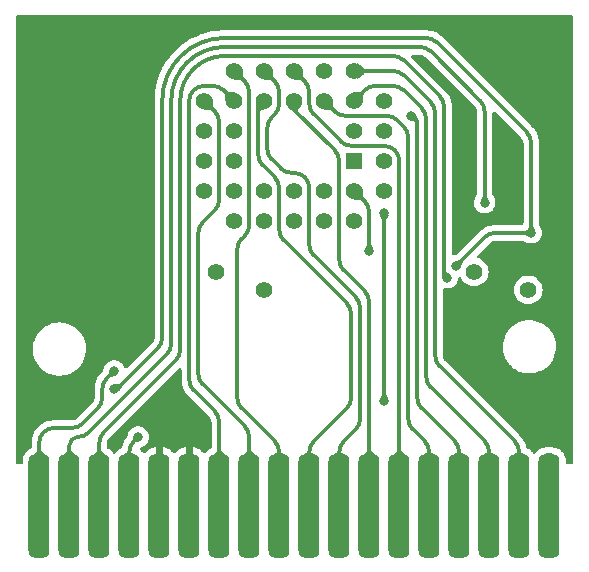
<source format=gbr>
%TF.GenerationSoftware,KiCad,Pcbnew,(6.99.0-4380-g9b6f7d5db7)*%
%TF.CreationDate,2022-11-27T23:54:04+01:00*%
%TF.ProjectId,Vectorblade_PLCC32_THT_Kicad7,56656374-6f72-4626-9c61-64655f504c43,rev?*%
%TF.SameCoordinates,Original*%
%TF.FileFunction,Copper,L2,Bot*%
%TF.FilePolarity,Positive*%
%FSLAX46Y46*%
G04 Gerber Fmt 4.6, Leading zero omitted, Abs format (unit mm)*
G04 Created by KiCad (PCBNEW (6.99.0-4380-g9b6f7d5db7)) date 2022-11-27 23:54:04*
%MOMM*%
%LPD*%
G01*
G04 APERTURE LIST*
G04 Aperture macros list*
%AMRoundRect*
0 Rectangle with rounded corners*
0 $1 Rounding radius*
0 $2 $3 $4 $5 $6 $7 $8 $9 X,Y pos of 4 corners*
0 Add a 4 corners polygon primitive as box body*
4,1,4,$2,$3,$4,$5,$6,$7,$8,$9,$2,$3,0*
0 Add four circle primitives for the rounded corners*
1,1,$1+$1,$2,$3*
1,1,$1+$1,$4,$5*
1,1,$1+$1,$6,$7*
1,1,$1+$1,$8,$9*
0 Add four rect primitives between the rounded corners*
20,1,$1+$1,$2,$3,$4,$5,0*
20,1,$1+$1,$4,$5,$6,$7,0*
20,1,$1+$1,$6,$7,$8,$9,0*
20,1,$1+$1,$8,$9,$2,$3,0*%
G04 Aperture macros list end*
%TA.AperFunction,ComponentPad*%
%ADD10C,1.422400*%
%TD*%
%TA.AperFunction,ComponentPad*%
%ADD11R,1.422400X1.422400*%
%TD*%
%TA.AperFunction,SMDPad,CuDef*%
%ADD12RoundRect,0.666750X-0.222250X-3.778250X0.222250X-3.778250X0.222250X3.778250X-0.222250X3.778250X0*%
%TD*%
%TA.AperFunction,ViaPad*%
%ADD13C,0.800000*%
%TD*%
%TA.AperFunction,Conductor*%
%ADD14C,0.300000*%
%TD*%
G04 APERTURE END LIST*
D10*
%TO.P,,22,CE*%
%TO.N,/~{CE}*%
X150876000Y-94488000D03*
%TD*%
D11*
%TO.P,U1,1,NC*%
%TO.N,unconnected-(U1-Pad1)*%
X162559999Y-85089999D03*
D10*
%TO.P,U1,2,A16*%
%TO.N,/PB6*%
X165100000Y-82550000D03*
%TO.P,U1,3,A15*%
%TO.N,/V-A15*%
X162560000Y-82550000D03*
%TO.P,U1,4,A12*%
%TO.N,/V-A12*%
X165100000Y-80010000D03*
%TO.P,U1,5,A7*%
%TO.N,/V-A7*%
X162560000Y-77470000D03*
%TO.P,U1,6,A6*%
%TO.N,/V-A6*%
X162560000Y-80010000D03*
%TO.P,U1,7,A5*%
%TO.N,/V-A5*%
X160020000Y-77470000D03*
%TO.P,U1,8,A4*%
%TO.N,/V-A4*%
X160020000Y-80010000D03*
%TO.P,U1,9,A3*%
%TO.N,/V-A3*%
X157480000Y-77470000D03*
%TO.P,U1,10,A2*%
%TO.N,/V-A2*%
X157480000Y-80010000D03*
%TO.P,U1,11,A1*%
%TO.N,/V-A1*%
X154940000Y-77470000D03*
%TO.P,U1,12,A0*%
%TO.N,/V-A0*%
X154940000Y-80010000D03*
%TO.P,U1,13,D0*%
%TO.N,/V-D0*%
X152400000Y-77470000D03*
%TO.P,U1,14,D1*%
%TO.N,/V-D1*%
X149860000Y-80010000D03*
%TO.P,U1,15,D2*%
%TO.N,/V-D2*%
X152400000Y-80010000D03*
%TO.P,U1,16,GND*%
%TO.N,GND*%
X149860000Y-82550000D03*
%TO.P,U1,17,D3*%
%TO.N,/V-D3*%
X152400000Y-82550000D03*
%TO.P,U1,18,D4*%
%TO.N,/V-D4*%
X149860000Y-85090000D03*
%TO.P,U1,19,D5*%
%TO.N,/V-D5*%
X152400000Y-85090000D03*
%TO.P,U1,20,D6*%
%TO.N,/V-D6*%
X149860000Y-87630000D03*
%TO.P,U1,21,D7*%
%TO.N,/V-D7*%
X152400000Y-90170000D03*
%TO.P,U1,22,CE*%
%TO.N,/~{CE}*%
X152400000Y-87630000D03*
%TO.P,U1,23,A10*%
%TO.N,/V-A10*%
X154940000Y-90170000D03*
%TO.P,U1,24,OE*%
%TO.N,/~{OE}*%
X154940000Y-87630000D03*
%TO.P,U1,25,A11*%
%TO.N,/V-A11*%
X157480000Y-90170000D03*
%TO.P,U1,26,A9*%
%TO.N,/V-A9*%
X157480000Y-87630000D03*
%TO.P,U1,27,A8*%
%TO.N,/V-A8*%
X160020000Y-90170000D03*
%TO.P,U1,28,A13*%
%TO.N,/V-A13*%
X160020000Y-87630000D03*
%TO.P,U1,29,A14*%
%TO.N,/V-A14*%
X162560000Y-90170000D03*
%TO.P,U1,30,A17*%
%TO.N,/IRQ*%
X165100000Y-87630000D03*
%TO.P,U1,31,PGM*%
%TO.N,/V-RW*%
X162560000Y-87630000D03*
%TO.P,U1,32,VCC*%
%TO.N,+5V*%
X165100000Y-85090000D03*
%TD*%
D12*
%TO.P,CON3,1,HALT*%
%TO.N,unconnected-(CON3-Pad1)*%
X179070000Y-114300000D03*
%TO.P,CON3,3,A7*%
%TO.N,/V-A7*%
X176530000Y-114300000D03*
%TO.P,CON3,5,A6*%
%TO.N,/V-A6*%
X173990000Y-114300000D03*
%TO.P,CON3,7,A5*%
%TO.N,/V-A5*%
X171450000Y-114300000D03*
%TO.P,CON3,9,A4*%
%TO.N,/V-A4*%
X168910000Y-114300000D03*
%TO.P,CON3,11,A3*%
%TO.N,/V-A3*%
X166370000Y-114300000D03*
%TO.P,CON3,13,A2*%
%TO.N,/V-A2*%
X163830000Y-114300000D03*
%TO.P,CON3,15,A1*%
%TO.N,/V-A1*%
X161290000Y-114300000D03*
%TO.P,CON3,17,A0*%
%TO.N,/V-A0*%
X158750000Y-114300000D03*
%TO.P,CON3,19,D0*%
%TO.N,/V-D0*%
X156210000Y-114300000D03*
%TO.P,CON3,21,D1*%
%TO.N,/V-D1*%
X153670000Y-114300000D03*
%TO.P,CON3,23,D2*%
%TO.N,/V-D2*%
X151130000Y-114300000D03*
%TO.P,CON3,25,GND*%
%TO.N,GND*%
X148590000Y-114300000D03*
%TO.P,CON3,27,GND1*%
X146050000Y-114300000D03*
%TO.P,CON3,29,A12*%
%TO.N,/V-A12*%
X143510000Y-114300000D03*
%TO.P,CON3,31,A13*%
%TO.N,/V-A13*%
X140970000Y-114300000D03*
%TO.P,CON3,33,A14*%
%TO.N,/V-A14*%
X138430000Y-114300000D03*
%TO.P,CON3,35,PB6*%
%TO.N,/PB6*%
X135890000Y-114300000D03*
%TD*%
D10*
%TO.P,,22,CE*%
%TO.N,/~{OE}*%
X177292000Y-96012000D03*
%TD*%
%TO.P,,24,OE*%
%TO.N,/~{OE}*%
X154940000Y-96012000D03*
%TD*%
%TO.P,,24,OE*%
%TO.N,/~{CE}*%
X172720000Y-94488000D03*
%TD*%
D13*
%TO.N,GND*%
X135890000Y-104775000D03*
X175260000Y-82804000D03*
X146050000Y-107188000D03*
X171323000Y-88667977D03*
X147320000Y-105918000D03*
X144780000Y-97536000D03*
X135890000Y-97155000D03*
X177546000Y-94234000D03*
X168656000Y-76962000D03*
X147320000Y-108458000D03*
X144780000Y-94742000D03*
X135890000Y-74930000D03*
X144780000Y-85852000D03*
X171958000Y-81026000D03*
X178816000Y-86995000D03*
X179070000Y-97155000D03*
X179070000Y-74930000D03*
X146050000Y-108458000D03*
X144780000Y-91694000D03*
X171958000Y-83058000D03*
X176403000Y-94234000D03*
X147320000Y-107188000D03*
X176403000Y-86995000D03*
X144780000Y-88900000D03*
X146050000Y-105918000D03*
X144780000Y-100330000D03*
X179070000Y-104775000D03*
%TO.N,/V-A5*%
X167386000Y-81280000D03*
%TO.N,/V-A12*%
X144272000Y-108458000D03*
%TO.N,/V-A13*%
X170434000Y-94996000D03*
%TO.N,/V-A14*%
X173609000Y-88630536D03*
%TO.N,/V-RW*%
X177546000Y-91186000D03*
X171196000Y-93980000D03*
X163830000Y-92710000D03*
X142240000Y-104394000D03*
%TO.N,/PB6*%
X142240000Y-102870000D03*
%TO.N,/V-A15*%
X165100000Y-105410000D03*
X165100000Y-89535000D03*
%TD*%
D14*
%TO.N,/V-A5*%
X168265975Y-106035975D02*
X171078026Y-108848026D01*
X167894000Y-81788000D02*
X167894000Y-105137949D01*
X167386000Y-81280000D02*
X167894000Y-81788000D01*
X171450000Y-109746051D02*
X171450000Y-114300000D01*
X167893966Y-105137949D02*
G75*
G03*
X168265975Y-106035975I1270034J49D01*
G01*
X171450034Y-109746051D02*
G75*
G03*
X171078026Y-108848026I-1270034J-49D01*
G01*
%TO.N,/V-A15*%
X165100000Y-105410000D02*
X165100000Y-89535000D01*
%TO.N,/V-A2*%
X160918025Y-84210025D02*
X157480000Y-80772000D01*
X161290000Y-93453949D02*
X161290000Y-85108051D01*
X157480000Y-80772000D02*
X157480000Y-80010000D01*
X163458025Y-96148025D02*
X161661974Y-94351974D01*
X161290034Y-85108051D02*
G75*
G03*
X160918025Y-84210025I-1270034J-49D01*
G01*
X161289966Y-93453949D02*
G75*
G03*
X161661974Y-94351974I1270034J49D01*
G01*
X163830000Y-114300000D02*
X163830000Y-97046051D01*
X163830034Y-97046051D02*
G75*
G03*
X163458025Y-96148025I-1270034J-49D01*
G01*
%TO.N,/V-A0*%
X154432000Y-80518000D02*
X154940000Y-80010000D01*
X154432000Y-84563949D02*
X154432000Y-80518000D01*
X155838025Y-86496025D02*
X154803974Y-85461974D01*
X156210000Y-90913949D02*
X156210000Y-87394051D01*
X161934025Y-97164025D02*
X156581974Y-91811974D01*
X162306000Y-105137949D02*
X162306000Y-98062051D01*
X158750000Y-114300000D02*
X158750000Y-109746051D01*
X159121975Y-108848025D02*
X161934026Y-106035974D01*
X154431966Y-84563949D02*
G75*
G03*
X154803974Y-85461974I1270034J49D01*
G01*
X161934002Y-106035950D02*
G75*
G03*
X162306000Y-105137949I-898002J898050D01*
G01*
X156209966Y-90913949D02*
G75*
G03*
X156581974Y-91811974I1270034J49D01*
G01*
X156210034Y-87394051D02*
G75*
G03*
X155838025Y-86496025I-1270034J-49D01*
G01*
X159121999Y-108848049D02*
G75*
G03*
X158750000Y-109746051I898001J-898051D01*
G01*
X162306034Y-98062051D02*
G75*
G03*
X161934025Y-97164025I-1270034J-49D01*
G01*
%TO.N,/V-A7*%
X176530000Y-114300000D02*
X176530000Y-109746051D01*
X169046025Y-80146025D02*
X166741974Y-77841974D01*
X169418000Y-101581949D02*
X169418000Y-81044051D01*
X176158025Y-108848025D02*
X169789974Y-102479974D01*
X165843949Y-77470000D02*
X162560000Y-77470000D01*
X169417966Y-101581949D02*
G75*
G03*
X169789974Y-102479974I1270034J49D01*
G01*
X169418034Y-81044051D02*
G75*
G03*
X169046025Y-80146025I-1270034J-49D01*
G01*
X176530034Y-109746051D02*
G75*
G03*
X176158025Y-108848025I-1270034J-49D01*
G01*
X166741950Y-77841998D02*
G75*
G03*
X165843949Y-77470000I-898050J-898002D01*
G01*
%TO.N,/V-A6*%
X173618025Y-108848025D02*
X169027974Y-104257974D01*
X165843949Y-78740000D02*
X164356051Y-78740000D01*
X168284025Y-80654025D02*
X166741974Y-79111974D01*
X173990000Y-114300000D02*
X173990000Y-109746051D01*
X168656000Y-103359949D02*
X168656000Y-81552051D01*
X163458025Y-79111975D02*
X162560000Y-80010000D01*
X166741950Y-79111998D02*
G75*
G03*
X165843949Y-78740000I-898050J-898002D01*
G01*
X173990034Y-109746051D02*
G75*
G03*
X173618025Y-108848025I-1270034J-49D01*
G01*
X168655966Y-103359949D02*
G75*
G03*
X169027974Y-104257974I1270034J49D01*
G01*
X164356051Y-78739966D02*
G75*
G03*
X163458025Y-79111975I49J-1270034D01*
G01*
X168656034Y-81552051D02*
G75*
G03*
X168284025Y-80654025I-1270034J-49D01*
G01*
%TO.N,/V-A4*%
X160918025Y-80908025D02*
X160020000Y-80010000D01*
X168538025Y-108848025D02*
X167503974Y-107813974D01*
X166760025Y-82189988D02*
X166222011Y-81651974D01*
X167132000Y-106915949D02*
X167132000Y-83088014D01*
X165323986Y-81280000D02*
X161816051Y-81280000D01*
X168910000Y-114300000D02*
X168910000Y-109746051D01*
X160918049Y-80908001D02*
G75*
G03*
X161816051Y-81280000I898051J898001D01*
G01*
X168910034Y-109746051D02*
G75*
G03*
X168538025Y-108848025I-1270034J-49D01*
G01*
X167131966Y-106915949D02*
G75*
G03*
X167503974Y-107813974I1270034J49D01*
G01*
X166222018Y-81651967D02*
G75*
G03*
X165323986Y-81280000I-898018J-898033D01*
G01*
X167131989Y-83088014D02*
G75*
G03*
X166760024Y-82189989I-1269989J14D01*
G01*
%TO.N,/V-A3*%
X166370000Y-114300000D02*
X166370000Y-85090000D01*
X165100000Y-83820000D02*
X162324051Y-83820000D01*
X158750000Y-80245949D02*
X158750000Y-79266051D01*
X161426025Y-83448025D02*
X159121974Y-81143974D01*
X158378025Y-78368025D02*
X157480000Y-77470000D01*
X161426049Y-83448001D02*
G75*
G03*
X162324051Y-83820000I898051J898001D01*
G01*
X158750034Y-79266051D02*
G75*
G03*
X158378025Y-78368025I-1270034J-49D01*
G01*
X166370000Y-85090000D02*
G75*
G03*
X165100000Y-83820000I-1270000J0D01*
G01*
X158749966Y-80245949D02*
G75*
G03*
X159121974Y-81143974I1270034J49D01*
G01*
%TO.N,/V-A1*%
X161661975Y-108848025D02*
X162696026Y-107813974D01*
X161290000Y-114300000D02*
X161290000Y-109746051D01*
X155565975Y-81416025D02*
X155838026Y-81143974D01*
X156210000Y-80245949D02*
X156210000Y-79266051D01*
X158750000Y-92183949D02*
X158750000Y-87376000D01*
X155838025Y-78368025D02*
X154940000Y-77470000D01*
X156346025Y-85734025D02*
X155565974Y-84953974D01*
X155194000Y-84055949D02*
X155194000Y-82314051D01*
X162696025Y-96656025D02*
X159121974Y-93081974D01*
X163068000Y-106915949D02*
X163068000Y-97554051D01*
X157480000Y-86106000D02*
X157244051Y-86106000D01*
X155565999Y-81416049D02*
G75*
G03*
X155194000Y-82314051I898001J-898051D01*
G01*
X163068034Y-97554051D02*
G75*
G03*
X162696025Y-96656025I-1270034J-49D01*
G01*
X156346049Y-85734001D02*
G75*
G03*
X157244051Y-86106000I898051J898001D01*
G01*
X158749966Y-92183949D02*
G75*
G03*
X159121974Y-93081974I1270034J49D01*
G01*
X155193966Y-84055949D02*
G75*
G03*
X155565974Y-84953974I1270034J49D01*
G01*
X162696002Y-107813950D02*
G75*
G03*
X163068000Y-106915949I-898002J898050D01*
G01*
X158750000Y-87376000D02*
G75*
G03*
X157480000Y-86106000I-1270000J0D01*
G01*
X155838002Y-81143950D02*
G75*
G03*
X156210000Y-80245949I-898002J898050D01*
G01*
X161661999Y-108848049D02*
G75*
G03*
X161290000Y-109746051I898001J-898051D01*
G01*
X156210034Y-79266051D02*
G75*
G03*
X155838025Y-78368025I-1270034J-49D01*
G01*
%TO.N,/V-D0*%
X153670000Y-90520985D02*
X153670000Y-79266051D01*
X153298025Y-78368025D02*
X152400000Y-77470000D01*
X153025975Y-91691061D02*
X153298026Y-91419010D01*
X152654000Y-105137949D02*
X152654000Y-92589087D01*
X156210000Y-114300000D02*
X156210000Y-109746051D01*
X155838025Y-108848025D02*
X153025974Y-106035974D01*
X153670034Y-79266051D02*
G75*
G03*
X153298025Y-78368025I-1270034J-49D01*
G01*
X156210034Y-109746051D02*
G75*
G03*
X155838025Y-108848025I-1270034J-49D01*
G01*
X153025981Y-91691067D02*
G75*
G03*
X152654000Y-92589087I898019J-898033D01*
G01*
X152653966Y-105137949D02*
G75*
G03*
X153025974Y-106035974I1270034J49D01*
G01*
X153298034Y-91419018D02*
G75*
G03*
X153670000Y-90520985I-898034J898018D01*
G01*
%TO.N,/V-D1*%
X149352000Y-103105949D02*
X149352000Y-91204051D01*
X153670000Y-114300000D02*
X153670000Y-108476051D01*
X151130000Y-88373949D02*
X151130000Y-81806051D01*
X150758025Y-80908025D02*
X149860000Y-80010000D01*
X153298025Y-107578025D02*
X149723974Y-104003974D01*
X149723975Y-90306025D02*
X150758026Y-89271974D01*
X149351966Y-103105949D02*
G75*
G03*
X149723974Y-104003974I1270034J49D01*
G01*
X153670034Y-108476051D02*
G75*
G03*
X153298025Y-107578025I-1270034J-49D01*
G01*
X151130034Y-81806051D02*
G75*
G03*
X150758025Y-80908025I-1270034J-49D01*
G01*
X149723999Y-90306049D02*
G75*
G03*
X149352000Y-91204051I898001J-898051D01*
G01*
X150758002Y-89271950D02*
G75*
G03*
X151130000Y-88373949I-898002J898050D01*
G01*
%TO.N,/V-D2*%
X148590000Y-103613949D02*
X148590000Y-80010000D01*
X151501975Y-79111975D02*
X152400000Y-80010000D01*
X150758025Y-106308025D02*
X148961974Y-104511974D01*
X151130000Y-114300000D02*
X151130000Y-107206051D01*
X149860000Y-78740000D02*
X150603949Y-78740000D01*
X151501951Y-79111999D02*
G75*
G03*
X150603949Y-78740000I-898051J-898001D01*
G01*
X148589966Y-103613949D02*
G75*
G03*
X148961974Y-104511974I1270034J49D01*
G01*
X149860000Y-78740000D02*
G75*
G03*
X148590000Y-80010000I0J-1270000D01*
G01*
X151130034Y-107206051D02*
G75*
G03*
X150758025Y-106308025I-1270034J-49D01*
G01*
%TO.N,/V-A12*%
X143510000Y-109746051D02*
X143510000Y-114300000D01*
X144272000Y-108458000D02*
X143881974Y-108848026D01*
X143881998Y-108848050D02*
G75*
G03*
X143510000Y-109746051I898002J-898050D01*
G01*
%TO.N,/V-A13*%
X170180000Y-94742000D02*
X170180000Y-80536051D01*
X170434000Y-94996000D02*
X170180000Y-94742000D01*
X165843949Y-76200000D02*
X151627922Y-76200000D01*
X140970000Y-108984051D02*
X140970000Y-114300000D01*
X169808025Y-79638025D02*
X166741974Y-76571974D01*
X147456025Y-101971975D02*
X141341974Y-108086026D01*
X147828000Y-79999922D02*
X147828000Y-101073949D01*
X166741950Y-76571998D02*
G75*
G03*
X165843949Y-76200000I-898050J-898002D01*
G01*
X151627922Y-76200000D02*
G75*
G03*
X147828000Y-79999922I-22J-3799900D01*
G01*
X170180034Y-80536051D02*
G75*
G03*
X169808025Y-79638025I-1270034J-49D01*
G01*
X141341998Y-108086050D02*
G75*
G03*
X140970000Y-108984051I898002J-898050D01*
G01*
X147456001Y-101971951D02*
G75*
G03*
X147828000Y-101073949I-898001J898051D01*
G01*
%TO.N,/V-A14*%
X173237025Y-80019025D02*
X169027974Y-75809974D01*
X138430000Y-109201948D02*
X138430000Y-114300000D01*
X146694025Y-101463975D02*
X140071974Y-108086026D01*
X173609000Y-88630536D02*
X173609000Y-80917051D01*
X168129949Y-75438000D02*
X151618667Y-75438000D01*
X147066000Y-79990667D02*
X147066000Y-100565949D01*
X139173949Y-108458000D02*
G75*
G03*
X138430000Y-109201948I-49J-743900D01*
G01*
X139173949Y-108458034D02*
G75*
G03*
X140071974Y-108086026I-49J1270034D01*
G01*
X146694001Y-101463951D02*
G75*
G03*
X147066000Y-100565949I-898001J898051D01*
G01*
X169027950Y-75809998D02*
G75*
G03*
X168129949Y-75438000I-898050J-898002D01*
G01*
X173609034Y-80917051D02*
G75*
G03*
X173237025Y-80019025I-1270034J-49D01*
G01*
X151618667Y-75438000D02*
G75*
G03*
X147066000Y-79990667I33J-4552700D01*
G01*
%TO.N,/V-RW*%
X177546000Y-83584051D02*
X177546000Y-91186000D01*
X151613375Y-74676000D02*
X168637949Y-74676000D01*
X142240000Y-104394000D02*
X142494000Y-104394000D01*
X173618025Y-91557975D02*
X171196000Y-93980000D01*
X169535975Y-75047975D02*
X177174026Y-82686026D01*
X146304000Y-100057949D02*
X146304000Y-79985375D01*
X163458025Y-88528025D02*
X162560000Y-87630000D01*
X177546000Y-91186000D02*
X174516051Y-91186000D01*
X142494000Y-104394000D02*
X145932026Y-100955974D01*
X163830000Y-92710000D02*
X163830000Y-89426051D01*
X169535951Y-75047999D02*
G75*
G03*
X168637949Y-74676000I-898051J-898001D01*
G01*
X145932002Y-100955950D02*
G75*
G03*
X146304000Y-100057949I-898002J898050D01*
G01*
X177546034Y-83584051D02*
G75*
G03*
X177174026Y-82686026I-1270034J-49D01*
G01*
X151613375Y-74676000D02*
G75*
G03*
X146304000Y-79985375I25J-5309400D01*
G01*
X163830034Y-89426051D02*
G75*
G03*
X163458025Y-88528025I-1270034J-49D01*
G01*
X174516051Y-91185966D02*
G75*
G03*
X173618025Y-91557975I49J-1270034D01*
G01*
%TO.N,/PB6*%
X140852025Y-106035975D02*
X139563974Y-107324026D01*
X142240000Y-102870000D02*
X141595974Y-103514026D01*
X141224000Y-104412051D02*
X141224000Y-105137949D01*
X138665949Y-107696000D02*
X137160000Y-107696000D01*
X135890000Y-108966000D02*
X135890000Y-114300000D01*
X137160000Y-107696000D02*
G75*
G03*
X135890000Y-108966000I0J-1270000D01*
G01*
X141595998Y-103514050D02*
G75*
G03*
X141224000Y-104412051I898002J-898050D01*
G01*
X138665949Y-107696034D02*
G75*
G03*
X139563974Y-107324026I-49J1270034D01*
G01*
X140852001Y-106035951D02*
G75*
G03*
X141224000Y-105137949I-898001J898051D01*
G01*
%TD*%
%TA.AperFunction,Conductor*%
%TO.N,GND*%
G36*
X181013000Y-72756062D02*
G01*
X181067538Y-72810600D01*
X181087500Y-72885100D01*
X181087500Y-110595000D01*
X181067538Y-110669500D01*
X181013000Y-110724038D01*
X180938500Y-110744000D01*
X180608500Y-110744000D01*
X180534000Y-110724038D01*
X180479462Y-110669500D01*
X180459500Y-110595000D01*
X180459500Y-110449698D01*
X180453260Y-110359796D01*
X180403732Y-110149219D01*
X180316355Y-109951327D01*
X180312465Y-109945648D01*
X180312462Y-109945643D01*
X180197996Y-109778544D01*
X180194103Y-109772861D01*
X180041139Y-109619897D01*
X180026998Y-109610210D01*
X179868357Y-109501538D01*
X179868352Y-109501535D01*
X179862673Y-109497645D01*
X179856376Y-109494864D01*
X179856373Y-109494863D01*
X179723951Y-109436394D01*
X179664781Y-109410268D01*
X179658082Y-109408692D01*
X179658078Y-109408691D01*
X179460076Y-109362121D01*
X179460075Y-109362121D01*
X179454204Y-109360740D01*
X179448188Y-109360322D01*
X179448185Y-109360322D01*
X179416730Y-109358139D01*
X179364302Y-109354500D01*
X178775698Y-109354500D01*
X178723270Y-109358139D01*
X178691815Y-109360322D01*
X178691812Y-109360322D01*
X178685796Y-109360740D01*
X178679925Y-109362121D01*
X178679924Y-109362121D01*
X178481922Y-109408691D01*
X178481918Y-109408692D01*
X178475219Y-109410268D01*
X178416049Y-109436394D01*
X178283627Y-109494863D01*
X178283624Y-109494864D01*
X178277327Y-109497645D01*
X178271648Y-109501535D01*
X178271643Y-109501538D01*
X178113002Y-109610210D01*
X178098861Y-109619897D01*
X177945897Y-109772861D01*
X177942004Y-109778544D01*
X177922925Y-109806396D01*
X177864353Y-109856577D01*
X177788538Y-109870750D01*
X177715795Y-109845116D01*
X177677075Y-109806396D01*
X177657996Y-109778544D01*
X177654103Y-109772861D01*
X177501139Y-109619897D01*
X177486998Y-109610210D01*
X177328357Y-109501538D01*
X177328352Y-109501535D01*
X177322673Y-109497645D01*
X177228071Y-109455874D01*
X177167982Y-109407520D01*
X177144334Y-109358139D01*
X177117010Y-109256178D01*
X177082493Y-109127378D01*
X176986143Y-108894791D01*
X176881211Y-108713056D01*
X176862697Y-108680990D01*
X176862694Y-108680985D01*
X176860260Y-108676770D01*
X176852515Y-108666677D01*
X176709970Y-108480920D01*
X176709967Y-108480916D01*
X176706996Y-108477045D01*
X176632820Y-108402874D01*
X170301765Y-102071819D01*
X170301762Y-102071814D01*
X170264841Y-102034894D01*
X170255115Y-102025168D01*
X170245298Y-102014337D01*
X170182198Y-101937455D01*
X170165969Y-101913168D01*
X170122550Y-101831942D01*
X170111372Y-101804959D01*
X170084635Y-101716833D01*
X170078935Y-101688183D01*
X170069218Y-101589557D01*
X170068500Y-101574948D01*
X170068500Y-100900969D01*
X175143723Y-100900969D01*
X175173882Y-101200762D01*
X175243731Y-101493861D01*
X175245519Y-101498503D01*
X175245521Y-101498510D01*
X175325753Y-101706826D01*
X175352023Y-101775034D01*
X175496825Y-102039265D01*
X175617406Y-102202919D01*
X175647144Y-102243279D01*
X175675554Y-102281838D01*
X175679010Y-102285412D01*
X175679013Y-102285415D01*
X175750505Y-102359337D01*
X175885020Y-102498424D01*
X175924613Y-102529690D01*
X176117162Y-102681744D01*
X176121485Y-102685158D01*
X176195280Y-102728867D01*
X176323847Y-102805017D01*
X176380730Y-102838709D01*
X176385305Y-102840649D01*
X176385307Y-102840650D01*
X176592450Y-102928486D01*
X176658128Y-102956336D01*
X176948729Y-103035940D01*
X176953665Y-103036604D01*
X176953666Y-103036604D01*
X177242422Y-103075438D01*
X177242427Y-103075438D01*
X177247347Y-103076100D01*
X177473244Y-103076100D01*
X177475732Y-103075933D01*
X177475745Y-103075933D01*
X177574985Y-103069289D01*
X177698634Y-103061012D01*
X177703519Y-103060019D01*
X177703527Y-103060018D01*
X177924415Y-103015120D01*
X177993903Y-103000996D01*
X178278537Y-102902160D01*
X178547459Y-102766268D01*
X178795869Y-102595744D01*
X178802405Y-102589833D01*
X178891620Y-102509142D01*
X179019333Y-102393632D01*
X179071458Y-102331979D01*
X179210647Y-102167345D01*
X179213865Y-102163539D01*
X179216544Y-102159342D01*
X179216548Y-102159337D01*
X179373314Y-101913766D01*
X179375993Y-101909570D01*
X179502823Y-101636258D01*
X179592093Y-101348479D01*
X179642209Y-101051370D01*
X179647404Y-100895990D01*
X179652111Y-100755209D01*
X179652111Y-100755203D01*
X179652277Y-100750231D01*
X179622118Y-100450438D01*
X179552269Y-100157339D01*
X179550481Y-100152697D01*
X179550479Y-100152690D01*
X179445766Y-99880810D01*
X179445764Y-99880805D01*
X179443977Y-99876166D01*
X179299175Y-99611935D01*
X179120446Y-99369362D01*
X179104406Y-99352776D01*
X178923810Y-99166042D01*
X178910980Y-99152776D01*
X178736542Y-99015024D01*
X178678422Y-98969127D01*
X178678419Y-98969125D01*
X178674515Y-98966042D01*
X178415270Y-98812491D01*
X178410693Y-98810550D01*
X178142457Y-98696808D01*
X178142454Y-98696807D01*
X178137872Y-98694864D01*
X177847271Y-98615260D01*
X177842334Y-98614596D01*
X177553578Y-98575762D01*
X177553573Y-98575762D01*
X177548653Y-98575100D01*
X177322756Y-98575100D01*
X177320268Y-98575267D01*
X177320255Y-98575267D01*
X177221015Y-98581911D01*
X177097366Y-98590188D01*
X177092481Y-98591181D01*
X177092473Y-98591182D01*
X176967536Y-98616577D01*
X176802097Y-98650204D01*
X176517463Y-98749040D01*
X176248541Y-98884932D01*
X176000131Y-99055456D01*
X175776667Y-99257568D01*
X175582135Y-99487661D01*
X175579456Y-99491858D01*
X175579452Y-99491863D01*
X175505364Y-99607921D01*
X175420007Y-99741630D01*
X175293177Y-100014942D01*
X175203907Y-100302721D01*
X175153791Y-100599830D01*
X175149736Y-100721103D01*
X175147269Y-100794917D01*
X175143723Y-100900969D01*
X170068500Y-100900969D01*
X170068500Y-96022928D01*
X170071428Y-96012000D01*
X176075672Y-96012000D01*
X176094151Y-96223213D01*
X176149026Y-96428009D01*
X176238629Y-96620164D01*
X176242360Y-96625492D01*
X176242362Y-96625496D01*
X176313523Y-96727124D01*
X176360239Y-96793841D01*
X176510159Y-96943761D01*
X176515485Y-96947490D01*
X176678504Y-97061638D01*
X176678508Y-97061640D01*
X176683836Y-97065371D01*
X176875991Y-97154974D01*
X176882272Y-97156657D01*
X177074508Y-97208167D01*
X177074513Y-97208168D01*
X177080787Y-97209849D01*
X177087258Y-97210415D01*
X177087263Y-97210416D01*
X177285519Y-97227761D01*
X177292000Y-97228328D01*
X177298481Y-97227761D01*
X177496737Y-97210416D01*
X177496742Y-97210415D01*
X177503213Y-97209849D01*
X177509487Y-97208168D01*
X177509492Y-97208167D01*
X177701728Y-97156657D01*
X177708009Y-97154974D01*
X177900164Y-97065371D01*
X177905492Y-97061640D01*
X177905496Y-97061638D01*
X178068515Y-96947490D01*
X178073841Y-96943761D01*
X178223761Y-96793841D01*
X178270477Y-96727124D01*
X178341638Y-96625496D01*
X178341640Y-96625492D01*
X178345371Y-96620164D01*
X178434974Y-96428009D01*
X178489849Y-96223213D01*
X178508328Y-96012000D01*
X178506943Y-95996171D01*
X178490416Y-95807263D01*
X178490415Y-95807258D01*
X178489849Y-95800787D01*
X178483488Y-95777045D01*
X178436657Y-95602272D01*
X178434974Y-95595991D01*
X178345371Y-95403836D01*
X178341640Y-95398508D01*
X178341638Y-95398504D01*
X178227490Y-95235485D01*
X178223761Y-95230159D01*
X178073841Y-95080239D01*
X178007124Y-95033523D01*
X177905496Y-94962362D01*
X177905492Y-94962360D01*
X177900164Y-94958629D01*
X177708009Y-94869026D01*
X177701728Y-94867343D01*
X177509492Y-94815833D01*
X177509487Y-94815832D01*
X177503213Y-94814151D01*
X177496742Y-94813585D01*
X177496737Y-94813584D01*
X177298481Y-94796239D01*
X177292000Y-94795672D01*
X177285519Y-94796239D01*
X177087263Y-94813584D01*
X177087258Y-94813585D01*
X177080787Y-94814151D01*
X177074513Y-94815832D01*
X177074508Y-94815833D01*
X176882272Y-94867343D01*
X176875991Y-94869026D01*
X176683836Y-94958629D01*
X176678508Y-94962360D01*
X176678504Y-94962362D01*
X176576876Y-95033523D01*
X176510159Y-95080239D01*
X176360239Y-95230159D01*
X176356510Y-95235485D01*
X176242362Y-95398504D01*
X176242360Y-95398508D01*
X176238629Y-95403836D01*
X176149026Y-95595991D01*
X176147343Y-95602272D01*
X176100513Y-95777045D01*
X176094151Y-95800787D01*
X176093585Y-95807258D01*
X176093584Y-95807263D01*
X176077057Y-95996171D01*
X176075672Y-96012000D01*
X170071428Y-96012000D01*
X170088462Y-95948428D01*
X170143000Y-95893890D01*
X170217500Y-95873928D01*
X170248478Y-95877184D01*
X170339354Y-95896500D01*
X170528646Y-95896500D01*
X170536286Y-95894876D01*
X170536287Y-95894876D01*
X170706164Y-95858768D01*
X170706167Y-95858767D01*
X170713803Y-95857144D01*
X170886730Y-95780151D01*
X171039871Y-95668888D01*
X171095597Y-95606998D01*
X171161307Y-95534021D01*
X171161311Y-95534016D01*
X171166533Y-95528216D01*
X171175452Y-95512769D01*
X171234937Y-95409736D01*
X171261179Y-95364284D01*
X171319674Y-95184256D01*
X171334887Y-95039511D01*
X171362527Y-94967506D01*
X171422467Y-94918968D01*
X171498646Y-94906902D01*
X171570651Y-94934542D01*
X171618111Y-94992115D01*
X171666629Y-95096164D01*
X171670360Y-95101492D01*
X171670362Y-95101496D01*
X171722872Y-95176487D01*
X171788239Y-95269841D01*
X171938159Y-95419761D01*
X172004876Y-95466477D01*
X172106504Y-95537638D01*
X172106508Y-95537640D01*
X172111836Y-95541371D01*
X172303991Y-95630974D01*
X172310272Y-95632657D01*
X172502508Y-95684167D01*
X172502513Y-95684168D01*
X172508787Y-95685849D01*
X172515258Y-95686415D01*
X172515263Y-95686416D01*
X172713519Y-95703761D01*
X172720000Y-95704328D01*
X172726481Y-95703761D01*
X172924737Y-95686416D01*
X172924742Y-95686415D01*
X172931213Y-95685849D01*
X172937487Y-95684168D01*
X172937492Y-95684167D01*
X173129728Y-95632657D01*
X173136009Y-95630974D01*
X173328164Y-95541371D01*
X173333492Y-95537640D01*
X173333496Y-95537638D01*
X173435124Y-95466477D01*
X173501841Y-95419761D01*
X173651761Y-95269841D01*
X173717128Y-95176487D01*
X173769638Y-95101496D01*
X173769640Y-95101492D01*
X173773371Y-95096164D01*
X173862974Y-94904009D01*
X173886601Y-94815833D01*
X173916167Y-94705492D01*
X173916168Y-94705487D01*
X173917849Y-94699213D01*
X173936328Y-94488000D01*
X173917849Y-94276787D01*
X173862974Y-94071991D01*
X173773371Y-93879836D01*
X173769640Y-93874508D01*
X173769638Y-93874504D01*
X173655490Y-93711485D01*
X173651761Y-93706159D01*
X173501841Y-93556239D01*
X173413170Y-93494151D01*
X173333496Y-93438362D01*
X173333492Y-93438360D01*
X173328164Y-93434629D01*
X173136009Y-93345026D01*
X173081581Y-93330442D01*
X173014786Y-93291878D01*
X172976222Y-93225083D01*
X172976222Y-93147955D01*
X173014786Y-93081160D01*
X174026174Y-92069772D01*
X174026180Y-92069767D01*
X174026186Y-92069763D01*
X174072832Y-92023114D01*
X174083663Y-92013297D01*
X174160548Y-91950196D01*
X174184829Y-91933971D01*
X174266059Y-91890548D01*
X174293037Y-91879373D01*
X174352860Y-91861224D01*
X174381172Y-91852635D01*
X174409817Y-91846936D01*
X174428319Y-91845113D01*
X174508444Y-91837218D01*
X174523055Y-91836500D01*
X176700674Y-91836500D01*
X176726039Y-91838675D01*
X176743080Y-91841619D01*
X176748402Y-91841769D01*
X176748407Y-91841770D01*
X176783188Y-91842753D01*
X176800460Y-91843241D01*
X176811280Y-91843942D01*
X176822828Y-91845113D01*
X176876653Y-91861224D01*
X176885129Y-91865642D01*
X176888914Y-91867685D01*
X176931916Y-91891716D01*
X176936241Y-91894105D01*
X176994792Y-91926078D01*
X177002232Y-91930061D01*
X177002598Y-91930253D01*
X177002877Y-91930396D01*
X177010808Y-91934463D01*
X177010870Y-91934494D01*
X177011004Y-91934563D01*
X177080690Y-91969475D01*
X177092049Y-91974989D01*
X177092551Y-91975225D01*
X177102863Y-91979933D01*
X177103181Y-91980074D01*
X177103239Y-91980100D01*
X177135662Y-91994464D01*
X177177239Y-92012883D01*
X177233099Y-92033782D01*
X177233284Y-92033811D01*
X177247372Y-92038763D01*
X177259057Y-92043966D01*
X177259065Y-92043969D01*
X177266197Y-92047144D01*
X177293381Y-92052922D01*
X177443713Y-92084876D01*
X177443714Y-92084876D01*
X177451354Y-92086500D01*
X177640646Y-92086500D01*
X177648286Y-92084876D01*
X177648287Y-92084876D01*
X177818164Y-92048768D01*
X177818167Y-92048767D01*
X177825803Y-92047144D01*
X177998730Y-91970151D01*
X178060506Y-91925268D01*
X178145551Y-91863480D01*
X178145553Y-91863479D01*
X178151871Y-91858888D01*
X178213918Y-91789978D01*
X178273307Y-91724021D01*
X178273311Y-91724016D01*
X178278533Y-91718216D01*
X178373179Y-91554284D01*
X178423264Y-91400139D01*
X178429259Y-91381689D01*
X178429259Y-91381688D01*
X178431674Y-91374256D01*
X178432525Y-91366167D01*
X178450644Y-91193764D01*
X178451460Y-91186000D01*
X178442998Y-91105490D01*
X178432491Y-91005514D01*
X178432490Y-91005511D01*
X178431674Y-90997744D01*
X178418253Y-90956439D01*
X178375596Y-90825153D01*
X178375594Y-90825148D01*
X178373179Y-90817716D01*
X178372815Y-90817086D01*
X178352958Y-90772264D01*
X178340100Y-90743239D01*
X178340073Y-90743178D01*
X178339933Y-90742863D01*
X178335225Y-90732551D01*
X178334989Y-90732049D01*
X178329475Y-90720690D01*
X178294563Y-90651004D01*
X178290253Y-90642598D01*
X178290061Y-90642232D01*
X178289969Y-90642060D01*
X178289917Y-90641962D01*
X178286180Y-90634981D01*
X178286140Y-90634908D01*
X178286081Y-90634797D01*
X178254145Y-90576312D01*
X178251753Y-90571981D01*
X178251681Y-90571851D01*
X178251595Y-90571697D01*
X178227695Y-90528929D01*
X178225643Y-90525130D01*
X178224055Y-90522085D01*
X178221231Y-90516668D01*
X178205113Y-90462827D01*
X178203942Y-90451280D01*
X178203241Y-90440455D01*
X178201914Y-90393515D01*
X178201619Y-90383080D01*
X178198111Y-90336234D01*
X178198005Y-90335841D01*
X178196500Y-90318120D01*
X178196500Y-83657340D01*
X178196501Y-83657331D01*
X178196503Y-83657320D01*
X178196500Y-83584153D01*
X178196517Y-83584026D01*
X178196534Y-83584026D01*
X178196529Y-83458149D01*
X178195347Y-83449167D01*
X178171161Y-83265512D01*
X178163660Y-83208551D01*
X178150996Y-83161293D01*
X178118791Y-83041123D01*
X178098493Y-82965379D01*
X178017121Y-82768946D01*
X178004015Y-82737308D01*
X178004013Y-82737305D01*
X178002144Y-82732792D01*
X177876260Y-82514771D01*
X177741215Y-82338787D01*
X177725966Y-82318916D01*
X177722997Y-82315047D01*
X177644728Y-82236782D01*
X169967010Y-74559064D01*
X169966870Y-74558956D01*
X169966607Y-74558708D01*
X169910380Y-74502478D01*
X169906932Y-74499030D01*
X169707211Y-74345769D01*
X169489194Y-74219887D01*
X169413338Y-74188464D01*
X169261114Y-74125404D01*
X169261109Y-74125402D01*
X169256611Y-74123539D01*
X169146637Y-74094068D01*
X169018150Y-74059635D01*
X169018144Y-74059634D01*
X169013443Y-74058374D01*
X168763849Y-74025505D01*
X168720193Y-74025503D01*
X168720137Y-74025503D01*
X168720126Y-74025500D01*
X168637974Y-74025500D01*
X168564712Y-74025497D01*
X168564680Y-74025497D01*
X168564669Y-74025499D01*
X168564660Y-74025500D01*
X151572449Y-74025500D01*
X151379208Y-74025501D01*
X151376316Y-74025729D01*
X151376306Y-74025729D01*
X150915244Y-74062018D01*
X150915238Y-74062019D01*
X150912325Y-74062248D01*
X150449764Y-74135512D01*
X150446925Y-74136194D01*
X150446923Y-74136194D01*
X149997232Y-74244157D01*
X149997224Y-74244159D01*
X149994376Y-74244843D01*
X149548971Y-74389565D01*
X149321126Y-74483942D01*
X149118986Y-74567671D01*
X149118975Y-74567676D01*
X149116293Y-74568787D01*
X148699011Y-74781404D01*
X148299697Y-75026105D01*
X147920812Y-75301381D01*
X147564693Y-75605536D01*
X147233536Y-75936693D01*
X147231635Y-75938919D01*
X146952674Y-76265540D01*
X146929381Y-76292812D01*
X146654105Y-76671697D01*
X146652578Y-76674189D01*
X146480079Y-76955681D01*
X146409404Y-77071011D01*
X146408074Y-77073621D01*
X146408073Y-77073623D01*
X146202806Y-77476481D01*
X146196787Y-77488293D01*
X146195676Y-77490975D01*
X146195671Y-77490986D01*
X146114276Y-77687492D01*
X146017565Y-77920971D01*
X145872843Y-78366376D01*
X145872159Y-78369224D01*
X145872157Y-78369232D01*
X145765820Y-78812151D01*
X145763512Y-78821764D01*
X145690248Y-79284325D01*
X145690019Y-79287238D01*
X145690018Y-79287244D01*
X145653846Y-79746825D01*
X145653501Y-79751208D01*
X145653500Y-79830030D01*
X145653500Y-100050602D01*
X145652782Y-100065211D01*
X145643031Y-100164175D01*
X145637332Y-100192821D01*
X145610597Y-100280946D01*
X145599419Y-100307931D01*
X145573008Y-100357339D01*
X145556003Y-100389150D01*
X145539776Y-100413433D01*
X145476460Y-100490580D01*
X145466643Y-100501411D01*
X145420238Y-100547814D01*
X145420235Y-100547819D01*
X143336998Y-102631056D01*
X143270203Y-102669620D01*
X143193075Y-102669620D01*
X143126280Y-102631056D01*
X143089932Y-102571741D01*
X143069592Y-102509143D01*
X143069592Y-102509142D01*
X143067179Y-102501716D01*
X143004777Y-102393632D01*
X142976438Y-102344547D01*
X142976436Y-102344544D01*
X142972533Y-102337784D01*
X142967311Y-102331984D01*
X142967307Y-102331979D01*
X142879890Y-102234894D01*
X142845871Y-102197112D01*
X142692730Y-102085849D01*
X142519803Y-102008856D01*
X142512167Y-102007233D01*
X142512164Y-102007232D01*
X142342287Y-101971124D01*
X142342286Y-101971124D01*
X142334646Y-101969500D01*
X142145354Y-101969500D01*
X142137714Y-101971124D01*
X142137713Y-101971124D01*
X141967836Y-102007232D01*
X141967833Y-102007233D01*
X141960197Y-102008856D01*
X141787270Y-102085849D01*
X141634129Y-102197112D01*
X141600110Y-102234894D01*
X141512693Y-102331979D01*
X141512689Y-102331984D01*
X141507467Y-102337784D01*
X141503564Y-102344544D01*
X141503562Y-102344547D01*
X141475223Y-102393632D01*
X141412821Y-102501716D01*
X141410409Y-102509140D01*
X141410408Y-102509142D01*
X141408283Y-102515683D01*
X141399178Y-102536479D01*
X141399423Y-102536594D01*
X141397153Y-102541419D01*
X141394553Y-102546054D01*
X141392639Y-102551013D01*
X141374900Y-102596970D01*
X141365259Y-102621946D01*
X141361252Y-102632690D01*
X141361064Y-102633212D01*
X141356973Y-102645025D01*
X141332384Y-102718987D01*
X141329428Y-102728170D01*
X141329305Y-102728565D01*
X141326921Y-102736448D01*
X141308182Y-102800271D01*
X141306814Y-102805017D01*
X141293343Y-102852613D01*
X141292125Y-102856686D01*
X141289243Y-102865844D01*
X141262574Y-102915298D01*
X141255253Y-102924273D01*
X141248089Y-102932431D01*
X141208656Y-102974159D01*
X141207543Y-102975452D01*
X141207536Y-102975460D01*
X141182606Y-103004427D01*
X141182604Y-103004430D01*
X141178003Y-103009776D01*
X141177804Y-103010123D01*
X141166340Y-103023714D01*
X141107063Y-103082991D01*
X141106958Y-103083127D01*
X141106701Y-103083400D01*
X141047028Y-103143069D01*
X140893768Y-103342790D01*
X140891334Y-103347005D01*
X140891331Y-103347010D01*
X140774607Y-103549168D01*
X140767887Y-103560807D01*
X140766017Y-103565320D01*
X140766017Y-103565321D01*
X140691716Y-103744684D01*
X140671539Y-103793390D01*
X140670280Y-103798089D01*
X140670278Y-103798094D01*
X140618998Y-103989449D01*
X140606373Y-104036558D01*
X140573504Y-104286152D01*
X140573504Y-104291030D01*
X140573503Y-104329857D01*
X140573502Y-104329866D01*
X140573500Y-104329874D01*
X140573500Y-104412026D01*
X140573497Y-104485320D01*
X140573499Y-104485331D01*
X140573500Y-104485340D01*
X140573500Y-105130601D01*
X140572782Y-105145211D01*
X140563031Y-105244177D01*
X140557333Y-105272817D01*
X140530592Y-105360958D01*
X140519422Y-105387924D01*
X140476004Y-105469148D01*
X140459776Y-105493433D01*
X140396459Y-105570580D01*
X140386640Y-105581413D01*
X140340254Y-105627797D01*
X140340237Y-105627814D01*
X140340232Y-105627822D01*
X139155819Y-106812235D01*
X139155814Y-106812238D01*
X139155804Y-106812248D01*
X139109168Y-106858885D01*
X139098337Y-106868702D01*
X139021455Y-106931802D01*
X138997168Y-106948031D01*
X138915942Y-106991450D01*
X138888958Y-107002628D01*
X138800829Y-107029366D01*
X138772184Y-107035065D01*
X138673557Y-107044782D01*
X138658948Y-107045500D01*
X137034124Y-107045500D01*
X137029289Y-107046137D01*
X137029282Y-107046137D01*
X136789369Y-107077722D01*
X136789365Y-107077723D01*
X136784525Y-107078360D01*
X136758949Y-107085213D01*
X136546070Y-107142253D01*
X136546062Y-107142256D01*
X136541351Y-107143518D01*
X136518450Y-107153004D01*
X136313273Y-107237991D01*
X136313267Y-107237994D01*
X136308762Y-107239860D01*
X136304534Y-107242301D01*
X136111128Y-107353964D01*
X136090738Y-107365736D01*
X135891009Y-107518993D01*
X135712993Y-107697009D01*
X135559736Y-107896738D01*
X135433860Y-108114762D01*
X135431994Y-108119267D01*
X135431991Y-108119273D01*
X135383907Y-108235358D01*
X135337518Y-108347351D01*
X135336256Y-108352062D01*
X135336253Y-108352070D01*
X135287060Y-108535664D01*
X135272360Y-108590525D01*
X135271723Y-108595365D01*
X135271722Y-108595369D01*
X135241077Y-108828148D01*
X135239500Y-108840124D01*
X135239500Y-109323278D01*
X135219538Y-109397778D01*
X135203513Y-109420381D01*
X135202996Y-109420983D01*
X135198520Y-109425961D01*
X135186864Y-109438353D01*
X135175780Y-109450136D01*
X135127434Y-109484352D01*
X135097327Y-109497645D01*
X135091648Y-109501535D01*
X135091643Y-109501538D01*
X134933002Y-109610210D01*
X134918861Y-109619897D01*
X134882181Y-109656577D01*
X134875952Y-109662457D01*
X134848343Y-109687053D01*
X134842528Y-109694557D01*
X134830118Y-109708640D01*
X134765897Y-109772861D01*
X134762004Y-109778544D01*
X134647538Y-109945643D01*
X134647535Y-109945648D01*
X134643645Y-109951327D01*
X134556268Y-110149219D01*
X134506740Y-110359796D01*
X134500500Y-110449698D01*
X134500500Y-110595000D01*
X134480538Y-110669500D01*
X134426000Y-110724038D01*
X134351500Y-110744000D01*
X134057500Y-110744000D01*
X133983000Y-110724038D01*
X133928462Y-110669500D01*
X133908500Y-110595000D01*
X133908500Y-101100969D01*
X135343723Y-101100969D01*
X135373882Y-101400762D01*
X135443731Y-101693861D01*
X135445519Y-101698503D01*
X135445521Y-101698510D01*
X135550234Y-101970390D01*
X135552023Y-101975034D01*
X135696825Y-102239265D01*
X135875554Y-102481838D01*
X135879010Y-102485412D01*
X135879013Y-102485415D01*
X135979999Y-102589833D01*
X136085020Y-102698424D01*
X136088928Y-102701510D01*
X136317342Y-102881886D01*
X136321485Y-102885158D01*
X136438375Y-102954392D01*
X136531882Y-103009776D01*
X136580730Y-103038709D01*
X136585305Y-103040649D01*
X136585307Y-103040650D01*
X136835979Y-103146944D01*
X136858128Y-103156336D01*
X137148729Y-103235940D01*
X137153665Y-103236604D01*
X137153666Y-103236604D01*
X137442422Y-103275438D01*
X137442427Y-103275438D01*
X137447347Y-103276100D01*
X137673244Y-103276100D01*
X137675732Y-103275933D01*
X137675745Y-103275933D01*
X137774985Y-103269289D01*
X137898634Y-103261012D01*
X137903519Y-103260019D01*
X137903527Y-103260018D01*
X138085695Y-103222990D01*
X138193903Y-103200996D01*
X138478537Y-103102160D01*
X138747459Y-102966268D01*
X138953284Y-102824977D01*
X138991764Y-102798562D01*
X138991765Y-102798561D01*
X138995869Y-102795744D01*
X139219333Y-102593632D01*
X139253811Y-102552852D01*
X139410647Y-102367345D01*
X139413865Y-102363539D01*
X139416544Y-102359342D01*
X139416548Y-102359337D01*
X139573314Y-102113766D01*
X139575993Y-102109570D01*
X139702823Y-101836258D01*
X139792093Y-101548479D01*
X139842209Y-101251370D01*
X139848683Y-101057742D01*
X139852111Y-100955209D01*
X139852111Y-100955203D01*
X139852277Y-100950231D01*
X139822118Y-100650438D01*
X139752269Y-100357339D01*
X139750481Y-100352697D01*
X139750479Y-100352690D01*
X139645766Y-100080810D01*
X139645764Y-100080805D01*
X139643977Y-100076166D01*
X139499175Y-99811935D01*
X139351814Y-99611935D01*
X139323400Y-99573371D01*
X139323399Y-99573370D01*
X139320446Y-99569362D01*
X139110980Y-99352776D01*
X138874515Y-99166042D01*
X138687809Y-99055456D01*
X138619547Y-99015024D01*
X138619544Y-99015022D01*
X138615270Y-99012491D01*
X138610693Y-99010550D01*
X138342457Y-98896808D01*
X138342454Y-98896807D01*
X138337872Y-98894864D01*
X138047271Y-98815260D01*
X138012249Y-98810550D01*
X137753578Y-98775762D01*
X137753573Y-98775762D01*
X137748653Y-98775100D01*
X137522756Y-98775100D01*
X137520268Y-98775267D01*
X137520255Y-98775267D01*
X137421015Y-98781911D01*
X137297366Y-98790188D01*
X137292481Y-98791181D01*
X137292473Y-98791182D01*
X137167536Y-98816577D01*
X137002097Y-98850204D01*
X136717463Y-98949040D01*
X136448541Y-99084932D01*
X136200131Y-99255456D01*
X136196437Y-99258797D01*
X136173769Y-99279299D01*
X135976667Y-99457568D01*
X135782135Y-99687661D01*
X135779456Y-99691858D01*
X135779452Y-99691863D01*
X135705364Y-99807921D01*
X135620007Y-99941630D01*
X135493177Y-100214942D01*
X135403907Y-100502721D01*
X135353791Y-100799830D01*
X135353625Y-100804805D01*
X135345548Y-101046395D01*
X135343723Y-101100969D01*
X133908500Y-101100969D01*
X133908500Y-72885100D01*
X133928462Y-72810600D01*
X133983000Y-72756062D01*
X134057500Y-72736100D01*
X180938500Y-72736100D01*
X181013000Y-72756062D01*
G37*
%TD.AperFunction*%
%TA.AperFunction,Conductor*%
G36*
X147895859Y-102662805D02*
G01*
X147934423Y-102729600D01*
X147939500Y-102768164D01*
X147939500Y-103540667D01*
X147939497Y-103540680D01*
X147939497Y-103540712D01*
X147939500Y-103613847D01*
X147939483Y-103613974D01*
X147939466Y-103613974D01*
X147939471Y-103739851D01*
X147940107Y-103744677D01*
X147940107Y-103744684D01*
X147946521Y-103793390D01*
X147972340Y-103989449D01*
X147973600Y-103994150D01*
X147973601Y-103994156D01*
X147986259Y-104041389D01*
X148037507Y-104232621D01*
X148133856Y-104465208D01*
X148259740Y-104683229D01*
X148262707Y-104687095D01*
X148262708Y-104687097D01*
X148410034Y-104879084D01*
X148413003Y-104882953D01*
X148483637Y-104953583D01*
X150246232Y-106716178D01*
X150246237Y-106716186D01*
X150287718Y-106757664D01*
X150292883Y-106762829D01*
X150302700Y-106773660D01*
X150334371Y-106812248D01*
X150365803Y-106850546D01*
X150382029Y-106874829D01*
X150425452Y-106956059D01*
X150436627Y-106983037D01*
X150452174Y-107034282D01*
X150463365Y-107071172D01*
X150469064Y-107099817D01*
X150478782Y-107198444D01*
X150479500Y-107213055D01*
X150479500Y-109323278D01*
X150459538Y-109397778D01*
X150443513Y-109420381D01*
X150442996Y-109420983D01*
X150438520Y-109425961D01*
X150426864Y-109438353D01*
X150415780Y-109450136D01*
X150367434Y-109484352D01*
X150337327Y-109497645D01*
X150331648Y-109501535D01*
X150331643Y-109501538D01*
X150173002Y-109610210D01*
X150158861Y-109619897D01*
X150122181Y-109656577D01*
X150115952Y-109662457D01*
X150088343Y-109687053D01*
X150082528Y-109694557D01*
X150070118Y-109708640D01*
X150005897Y-109772861D01*
X150002006Y-109778541D01*
X150002002Y-109778546D01*
X149987469Y-109799762D01*
X149928898Y-109849942D01*
X149853083Y-109864114D01*
X149780339Y-109838480D01*
X149741620Y-109799761D01*
X149723790Y-109773732D01*
X149715026Y-109763178D01*
X149570822Y-109618974D01*
X149560268Y-109610210D01*
X149392022Y-109494958D01*
X149380033Y-109488281D01*
X149193478Y-109405909D01*
X149180467Y-109401548D01*
X148981110Y-109354660D01*
X148969235Y-109352864D01*
X148909570Y-109348722D01*
X148893849Y-109351786D01*
X148890000Y-109362983D01*
X148890000Y-110744000D01*
X148290000Y-110744000D01*
X148290000Y-109366980D01*
X148285855Y-109351509D01*
X148274420Y-109348445D01*
X148210765Y-109352864D01*
X148198890Y-109354660D01*
X147999533Y-109401548D01*
X147986522Y-109405909D01*
X147799967Y-109488281D01*
X147787978Y-109494958D01*
X147619732Y-109610210D01*
X147609178Y-109618974D01*
X147464974Y-109763178D01*
X147456210Y-109773732D01*
X147442925Y-109793126D01*
X147384354Y-109843307D01*
X147308539Y-109857480D01*
X147235795Y-109831846D01*
X147197075Y-109793126D01*
X147183790Y-109773732D01*
X147175026Y-109763178D01*
X147030822Y-109618974D01*
X147020268Y-109610210D01*
X146852022Y-109494958D01*
X146840033Y-109488281D01*
X146653478Y-109405909D01*
X146640467Y-109401548D01*
X146441110Y-109354660D01*
X146429235Y-109352864D01*
X146369570Y-109348722D01*
X146353849Y-109351786D01*
X146350000Y-109362983D01*
X146350000Y-110744000D01*
X145750000Y-110744000D01*
X145750000Y-109366980D01*
X145745855Y-109351509D01*
X145734420Y-109348445D01*
X145670765Y-109352864D01*
X145658890Y-109354660D01*
X145459533Y-109401548D01*
X145446522Y-109405909D01*
X145259967Y-109488281D01*
X145247978Y-109494958D01*
X145079732Y-109610210D01*
X145069178Y-109618974D01*
X144924974Y-109763178D01*
X144916210Y-109773732D01*
X144898380Y-109799761D01*
X144839809Y-109849942D01*
X144763994Y-109864115D01*
X144691250Y-109838481D01*
X144652531Y-109799762D01*
X144637998Y-109778546D01*
X144637994Y-109778541D01*
X144634103Y-109772861D01*
X144481139Y-109619897D01*
X144466998Y-109610210D01*
X144454981Y-109601978D01*
X144404799Y-109543407D01*
X144390626Y-109467593D01*
X144416260Y-109394849D01*
X144474831Y-109344667D01*
X144499053Y-109335823D01*
X144498988Y-109335600D01*
X144499830Y-109335353D01*
X144499829Y-109335349D01*
X144501257Y-109334955D01*
X144531740Y-109325499D01*
X144547504Y-109320058D01*
X144547631Y-109320425D01*
X144548508Y-109319845D01*
X144551803Y-109319144D01*
X144557499Y-109316608D01*
X144566017Y-109313668D01*
X144575885Y-109310262D01*
X144575892Y-109310259D01*
X144578283Y-109309434D01*
X144580614Y-109308447D01*
X144580620Y-109308445D01*
X144634368Y-109285694D01*
X144634370Y-109285693D01*
X144641606Y-109282630D01*
X144648040Y-109278121D01*
X144654922Y-109274309D01*
X144655150Y-109274721D01*
X144668313Y-109267271D01*
X144717593Y-109245329D01*
X144717595Y-109245328D01*
X144724730Y-109242151D01*
X144877871Y-109130888D01*
X144944094Y-109057340D01*
X144999307Y-108996021D01*
X144999311Y-108996016D01*
X145004533Y-108990216D01*
X145013684Y-108974367D01*
X145059626Y-108894792D01*
X145099179Y-108826284D01*
X145157674Y-108646256D01*
X145159534Y-108628565D01*
X145176644Y-108465764D01*
X145177460Y-108458000D01*
X145173110Y-108416615D01*
X145158491Y-108277514D01*
X145158490Y-108277511D01*
X145157674Y-108269744D01*
X145145219Y-108231410D01*
X145101592Y-108097143D01*
X145101591Y-108097140D01*
X145099179Y-108089716D01*
X145004533Y-107925784D01*
X144999311Y-107919984D01*
X144999307Y-107919979D01*
X144933597Y-107847002D01*
X144877871Y-107785112D01*
X144724730Y-107673849D01*
X144551803Y-107596856D01*
X144544167Y-107595233D01*
X144544164Y-107595232D01*
X144374287Y-107559124D01*
X144374286Y-107559124D01*
X144366646Y-107557500D01*
X144177354Y-107557500D01*
X144169714Y-107559124D01*
X144169713Y-107559124D01*
X143999836Y-107595232D01*
X143999833Y-107595233D01*
X143992197Y-107596856D01*
X143819270Y-107673849D01*
X143666129Y-107785112D01*
X143610403Y-107847002D01*
X143544693Y-107919979D01*
X143544689Y-107919984D01*
X143539467Y-107925784D01*
X143535564Y-107932544D01*
X143535562Y-107932547D01*
X143504594Y-107986186D01*
X143444821Y-108089716D01*
X143442409Y-108097140D01*
X143435441Y-108118584D01*
X143426229Y-108140702D01*
X143420572Y-108151696D01*
X143418836Y-108156725D01*
X143418833Y-108156732D01*
X143404893Y-108197115D01*
X143404505Y-108198239D01*
X143404155Y-108199368D01*
X143395880Y-108226053D01*
X143395019Y-108228828D01*
X143394625Y-108230257D01*
X143387087Y-108261420D01*
X143386852Y-108262546D01*
X143386847Y-108262569D01*
X143376799Y-108310752D01*
X143376583Y-108311788D01*
X143371447Y-108340552D01*
X143371249Y-108341882D01*
X143367812Y-108370587D01*
X143367715Y-108371653D01*
X143367712Y-108371683D01*
X143365380Y-108397363D01*
X143338761Y-108469752D01*
X143333010Y-108477055D01*
X143333028Y-108477069D01*
X143179768Y-108676790D01*
X143177334Y-108681005D01*
X143177331Y-108681010D01*
X143092375Y-108828148D01*
X143053887Y-108894807D01*
X143052017Y-108899320D01*
X143052017Y-108899321D01*
X142959405Y-109122886D01*
X142957539Y-109127390D01*
X142896628Y-109354679D01*
X142895706Y-109358121D01*
X142857139Y-109424915D01*
X142811968Y-109455856D01*
X142723636Y-109494858D01*
X142723624Y-109494864D01*
X142717327Y-109497645D01*
X142711648Y-109501535D01*
X142711643Y-109501538D01*
X142553002Y-109610210D01*
X142538861Y-109619897D01*
X142385897Y-109772861D01*
X142382004Y-109778544D01*
X142362925Y-109806396D01*
X142304353Y-109856577D01*
X142228538Y-109870750D01*
X142155795Y-109845116D01*
X142117075Y-109806396D01*
X142097996Y-109778544D01*
X142094103Y-109772861D01*
X142041550Y-109720308D01*
X142032893Y-109710690D01*
X142030996Y-109707968D01*
X142024881Y-109701425D01*
X142017729Y-109694550D01*
X141987539Y-109665528D01*
X141987531Y-109665521D01*
X141985875Y-109663929D01*
X141985389Y-109663618D01*
X141980645Y-109659403D01*
X141941139Y-109619897D01*
X141926998Y-109610210D01*
X141768357Y-109501538D01*
X141768352Y-109501535D01*
X141762673Y-109497645D01*
X141756373Y-109494863D01*
X141756367Y-109494860D01*
X141732562Y-109484349D01*
X141684215Y-109450132D01*
X141661483Y-109425965D01*
X141656967Y-109420940D01*
X141656436Y-109420322D01*
X141623062Y-109350791D01*
X141620500Y-109323278D01*
X141620500Y-108991399D01*
X141621218Y-108976789D01*
X141630969Y-108877825D01*
X141636668Y-108849179D01*
X141663403Y-108761054D01*
X141674582Y-108734067D01*
X141717999Y-108652848D01*
X141734225Y-108628565D01*
X141765446Y-108590525D01*
X141797542Y-108551418D01*
X141807359Y-108540587D01*
X141853754Y-108494194D01*
X141853762Y-108494186D01*
X141853765Y-108494181D01*
X147685141Y-102662805D01*
X147751936Y-102624241D01*
X147829064Y-102624241D01*
X147895859Y-102662805D01*
G37*
%TD.AperFunction*%
%TA.AperFunction,Conductor*%
G36*
X168137211Y-76089218D02*
G01*
X168236175Y-76098969D01*
X168264821Y-76104668D01*
X168352946Y-76131403D01*
X168379931Y-76142581D01*
X168461152Y-76185999D01*
X168485435Y-76202225D01*
X168562580Y-76265540D01*
X168573411Y-76275357D01*
X168619814Y-76321762D01*
X168619819Y-76321765D01*
X172725232Y-80427178D01*
X172725237Y-80427186D01*
X172768121Y-80470067D01*
X172771883Y-80473829D01*
X172781700Y-80484660D01*
X172829620Y-80543046D01*
X172844803Y-80561546D01*
X172861029Y-80585829D01*
X172904452Y-80667059D01*
X172915627Y-80694037D01*
X172930171Y-80741979D01*
X172942365Y-80782172D01*
X172948064Y-80810817D01*
X172957782Y-80909444D01*
X172958500Y-80924055D01*
X172958500Y-87785203D01*
X172956325Y-87810567D01*
X172953380Y-87827615D01*
X172953230Y-87832937D01*
X172953229Y-87832942D01*
X172951758Y-87884990D01*
X172951057Y-87895824D01*
X172949886Y-87907363D01*
X172933773Y-87961194D01*
X172929356Y-87969666D01*
X172927308Y-87973458D01*
X172903499Y-88016060D01*
X172903307Y-88016406D01*
X172900908Y-88020748D01*
X172868917Y-88079334D01*
X172864938Y-88086768D01*
X172864746Y-88087134D01*
X172860439Y-88095534D01*
X172860323Y-88095766D01*
X172860246Y-88095918D01*
X172842498Y-88131345D01*
X172825526Y-88165220D01*
X172825318Y-88165649D01*
X172820258Y-88176071D01*
X172820229Y-88176132D01*
X172820009Y-88176585D01*
X172819773Y-88177087D01*
X172815063Y-88187404D01*
X172814939Y-88187684D01*
X172814906Y-88187757D01*
X172783192Y-88259346D01*
X172782182Y-88261627D01*
X172781821Y-88262252D01*
X172781052Y-88264618D01*
X172761217Y-88317635D01*
X172760047Y-88325064D01*
X172758132Y-88332348D01*
X172758021Y-88332319D01*
X172755118Y-88344435D01*
X172723326Y-88442280D01*
X172722510Y-88450047D01*
X172722509Y-88450050D01*
X172710768Y-88561761D01*
X172703540Y-88630536D01*
X172704356Y-88638300D01*
X172719466Y-88782062D01*
X172723326Y-88818792D01*
X172725741Y-88826224D01*
X172725741Y-88826225D01*
X172742005Y-88876279D01*
X172781821Y-88998820D01*
X172876467Y-89162752D01*
X172881689Y-89168552D01*
X172881693Y-89168557D01*
X172932689Y-89225193D01*
X173003129Y-89303424D01*
X173156270Y-89414687D01*
X173329197Y-89491680D01*
X173336833Y-89493303D01*
X173336836Y-89493304D01*
X173506713Y-89529412D01*
X173506714Y-89529412D01*
X173514354Y-89531036D01*
X173703646Y-89531036D01*
X173711286Y-89529412D01*
X173711287Y-89529412D01*
X173881164Y-89493304D01*
X173881167Y-89493303D01*
X173888803Y-89491680D01*
X174061730Y-89414687D01*
X174214871Y-89303424D01*
X174285311Y-89225193D01*
X174336307Y-89168557D01*
X174336311Y-89168552D01*
X174341533Y-89162752D01*
X174436179Y-88998820D01*
X174475995Y-88876279D01*
X174492259Y-88826225D01*
X174492259Y-88826224D01*
X174494674Y-88818792D01*
X174498535Y-88782062D01*
X174513644Y-88638300D01*
X174514460Y-88630536D01*
X174507232Y-88561761D01*
X174495491Y-88450050D01*
X174495490Y-88450047D01*
X174494674Y-88442280D01*
X174458955Y-88332348D01*
X174438596Y-88269689D01*
X174438594Y-88269684D01*
X174436179Y-88262252D01*
X174435815Y-88261622D01*
X174402933Y-88187399D01*
X174398225Y-88177087D01*
X174397989Y-88176585D01*
X174392475Y-88165226D01*
X174357563Y-88095540D01*
X174357365Y-88095152D01*
X174353423Y-88087465D01*
X174353398Y-88087416D01*
X174353253Y-88087134D01*
X174353061Y-88086768D01*
X174352896Y-88086459D01*
X174349180Y-88079517D01*
X174349140Y-88079444D01*
X174349081Y-88079333D01*
X174317145Y-88020848D01*
X174314753Y-88016517D01*
X174314681Y-88016387D01*
X174314595Y-88016233D01*
X174290695Y-87973465D01*
X174288643Y-87969666D01*
X174287260Y-87967014D01*
X174284231Y-87961204D01*
X174268113Y-87907363D01*
X174266942Y-87895824D01*
X174266241Y-87884991D01*
X174265003Y-87841213D01*
X174264619Y-87827616D01*
X174261111Y-87780770D01*
X174261005Y-87780377D01*
X174259500Y-87762656D01*
X174259500Y-81051164D01*
X174279462Y-80976664D01*
X174334000Y-80922126D01*
X174408500Y-80902164D01*
X174483000Y-80922126D01*
X174513859Y-80945805D01*
X176662235Y-83094181D01*
X176662238Y-83094186D01*
X176662246Y-83094194D01*
X176708885Y-83140832D01*
X176718702Y-83151663D01*
X176781802Y-83228545D01*
X176798031Y-83252832D01*
X176841450Y-83334058D01*
X176852628Y-83361041D01*
X176879365Y-83449167D01*
X176885065Y-83477816D01*
X176894756Y-83576182D01*
X176894782Y-83576443D01*
X176895500Y-83591052D01*
X176895500Y-90340667D01*
X176893325Y-90366031D01*
X176890380Y-90383079D01*
X176890229Y-90388404D01*
X176889701Y-90393691D01*
X176887945Y-90393515D01*
X176868241Y-90459501D01*
X176812177Y-90512469D01*
X176746514Y-90530063D01*
X176746523Y-90530243D01*
X176745682Y-90530286D01*
X176745598Y-90530309D01*
X176743079Y-90530380D01*
X176741377Y-90530507D01*
X176741367Y-90530508D01*
X176703244Y-90533364D01*
X176703243Y-90533364D01*
X176696210Y-90533891D01*
X176695825Y-90533995D01*
X176678106Y-90535500D01*
X174589340Y-90535500D01*
X174589331Y-90535499D01*
X174589320Y-90535497D01*
X174589288Y-90535497D01*
X174574569Y-90535498D01*
X174516153Y-90535500D01*
X174516026Y-90535483D01*
X174516026Y-90535466D01*
X174512734Y-90535466D01*
X174390149Y-90535471D01*
X174385323Y-90536107D01*
X174385316Y-90536107D01*
X174215232Y-90558505D01*
X174140551Y-90568340D01*
X174135850Y-90569600D01*
X174135844Y-90569601D01*
X174018964Y-90600924D01*
X173897378Y-90633507D01*
X173664791Y-90729857D01*
X173571892Y-90783496D01*
X173450990Y-90853303D01*
X173450985Y-90853306D01*
X173446770Y-90855740D01*
X173442904Y-90858707D01*
X173442902Y-90858708D01*
X173346908Y-90932372D01*
X173247045Y-91009004D01*
X173179051Y-91077003D01*
X171333760Y-92922294D01*
X171314293Y-92938686D01*
X171300159Y-92948656D01*
X171296294Y-92952308D01*
X171296292Y-92952310D01*
X171258431Y-92988089D01*
X171250275Y-92995252D01*
X171241299Y-93002574D01*
X171191846Y-93029243D01*
X171182669Y-93032131D01*
X171178544Y-93033363D01*
X171131468Y-93046685D01*
X171131468Y-93046686D01*
X171131163Y-93046772D01*
X171126410Y-93048142D01*
X171126349Y-93048160D01*
X171126238Y-93048192D01*
X171062609Y-93066874D01*
X171062538Y-93066895D01*
X171062440Y-93066924D01*
X171062237Y-93066985D01*
X171062231Y-93066987D01*
X171055623Y-93068979D01*
X171055532Y-93069007D01*
X171055379Y-93069053D01*
X171055001Y-93069170D01*
X171049745Y-93070857D01*
X171045302Y-93072283D01*
X171045273Y-93072292D01*
X171044991Y-93072383D01*
X171044674Y-93072488D01*
X171044559Y-93072526D01*
X171026505Y-93078528D01*
X170949512Y-93083088D01*
X170880554Y-93048541D01*
X170838109Y-92984142D01*
X170830500Y-92937137D01*
X170830500Y-80609340D01*
X170830501Y-80609331D01*
X170830503Y-80609320D01*
X170830500Y-80536153D01*
X170830517Y-80536026D01*
X170830534Y-80536026D01*
X170830529Y-80410149D01*
X170829624Y-80403272D01*
X170798296Y-80165382D01*
X170797660Y-80160551D01*
X170732493Y-79917378D01*
X170636143Y-79684791D01*
X170545549Y-79527888D01*
X170512697Y-79470990D01*
X170512694Y-79470985D01*
X170510260Y-79466770D01*
X170464959Y-79407736D01*
X170359970Y-79270920D01*
X170359967Y-79270916D01*
X170356996Y-79267045D01*
X170282820Y-79192874D01*
X167432805Y-76342859D01*
X167394241Y-76276064D01*
X167394241Y-76198936D01*
X167432805Y-76132141D01*
X167499600Y-76093577D01*
X167538164Y-76088500D01*
X168122601Y-76088500D01*
X168137211Y-76089218D01*
G37*
%TD.AperFunction*%
%TD*%
%TA.AperFunction,Conductor*%
%TO.N,/V-A5*%
G36*
X167754064Y-81131245D02*
G01*
X167760217Y-81137211D01*
X167800671Y-81226396D01*
X167844088Y-81307243D01*
X167885083Y-81374351D01*
X167885110Y-81374392D01*
X167922895Y-81432533D01*
X167923000Y-81432698D01*
X167956722Y-81486533D01*
X167957131Y-81487239D01*
X167986057Y-81541485D01*
X167986612Y-81542684D01*
X168010227Y-81602346D01*
X168010691Y-81603782D01*
X168028467Y-81674044D01*
X168028725Y-81675397D01*
X168039968Y-81761379D01*
X168040059Y-81762466D01*
X168041362Y-81797865D01*
X168043554Y-81857450D01*
X168040434Y-81865843D01*
X168031862Y-81869580D01*
X167754546Y-81869580D01*
X167746273Y-81866153D01*
X167742909Y-81859090D01*
X167742739Y-81857450D01*
X167736629Y-81798688D01*
X167715523Y-81750084D01*
X167682187Y-81719484D01*
X167660063Y-81711008D01*
X167638745Y-81702840D01*
X167638742Y-81702839D01*
X167638128Y-81702604D01*
X167637471Y-81702512D01*
X167637470Y-81702512D01*
X167613541Y-81699169D01*
X167584851Y-81695161D01*
X167523863Y-81692870D01*
X167470283Y-81691735D01*
X167456956Y-81691453D01*
X167456418Y-81691430D01*
X167385346Y-81686647D01*
X167384205Y-81686513D01*
X167363897Y-81683122D01*
X167310521Y-81674210D01*
X167308899Y-81673817D01*
X167245032Y-81653418D01*
X167238195Y-81647638D01*
X167237448Y-81638714D01*
X167237779Y-81637807D01*
X167384141Y-81283500D01*
X167390503Y-81277147D01*
X167745110Y-81131224D01*
X167754064Y-81131245D01*
G37*
%TD.AperFunction*%
%TD*%
%TA.AperFunction,Conductor*%
%TO.N,/V-A5*%
G36*
X171603295Y-109748895D02*
G01*
X171632740Y-109774315D01*
X171665480Y-109799847D01*
X171698220Y-109822648D01*
X171730961Y-109842716D01*
X171731101Y-109842790D01*
X171731113Y-109842797D01*
X171755857Y-109855898D01*
X171763701Y-109860052D01*
X171796442Y-109874656D01*
X171796656Y-109874734D01*
X171796657Y-109874734D01*
X171828969Y-109886451D01*
X171828975Y-109886453D01*
X171829182Y-109886528D01*
X171861923Y-109895668D01*
X171862147Y-109895712D01*
X171862156Y-109895714D01*
X171881495Y-109899499D01*
X171894663Y-109902076D01*
X171894908Y-109902103D01*
X171894911Y-109902104D01*
X171915819Y-109904452D01*
X171923658Y-109908781D01*
X171926145Y-109917342D01*
X171461632Y-114193909D01*
X171457331Y-114201764D01*
X171448737Y-114204278D01*
X171440882Y-114199977D01*
X171438368Y-114193909D01*
X170973855Y-109917342D01*
X170976369Y-109908748D01*
X170984181Y-109904452D01*
X171005088Y-109902104D01*
X171005091Y-109902103D01*
X171005336Y-109902076D01*
X171018504Y-109899499D01*
X171037843Y-109895714D01*
X171037852Y-109895712D01*
X171038076Y-109895668D01*
X171070816Y-109886528D01*
X171071023Y-109886453D01*
X171071029Y-109886451D01*
X171103342Y-109874734D01*
X171103343Y-109874734D01*
X171103557Y-109874656D01*
X171136297Y-109860052D01*
X171144220Y-109855857D01*
X171168886Y-109842797D01*
X171168898Y-109842790D01*
X171169038Y-109842716D01*
X171201778Y-109822648D01*
X171234519Y-109799847D01*
X171267259Y-109774315D01*
X171296707Y-109748894D01*
X171304351Y-109746051D01*
X171595648Y-109746051D01*
X171603295Y-109748895D01*
G37*
%TD.AperFunction*%
%TD*%
%TA.AperFunction,Conductor*%
%TO.N,/V-A15*%
G36*
X165246899Y-104613427D02*
G01*
X165250321Y-104621369D01*
X165252618Y-104702597D01*
X165260284Y-104778152D01*
X165272717Y-104840729D01*
X165289635Y-104894394D01*
X165289747Y-104894653D01*
X165289750Y-104894661D01*
X165310668Y-104943010D01*
X165310756Y-104943213D01*
X165335799Y-104991252D01*
X165335845Y-104991334D01*
X165364425Y-105042476D01*
X165364481Y-105042577D01*
X165396417Y-105101062D01*
X165396609Y-105101428D01*
X165431521Y-105171114D01*
X165431757Y-105171616D01*
X165464707Y-105245992D01*
X165464925Y-105254944D01*
X165458512Y-105261530D01*
X165104502Y-105409123D01*
X165095498Y-105409123D01*
X164741486Y-105261529D01*
X164735169Y-105255183D01*
X164735292Y-105245992D01*
X164768241Y-105171616D01*
X164768477Y-105171114D01*
X164803390Y-105101428D01*
X164803582Y-105101062D01*
X164835517Y-105042577D01*
X164835573Y-105042476D01*
X164864154Y-104991334D01*
X164864200Y-104991252D01*
X164889243Y-104943213D01*
X164889331Y-104943010D01*
X164910249Y-104894661D01*
X164910252Y-104894653D01*
X164910364Y-104894394D01*
X164927282Y-104840729D01*
X164939715Y-104778152D01*
X164947381Y-104702597D01*
X164949678Y-104621368D01*
X164953337Y-104613196D01*
X164961373Y-104610000D01*
X165238626Y-104610000D01*
X165246899Y-104613427D01*
G37*
%TD.AperFunction*%
%TD*%
%TA.AperFunction,Conductor*%
%TO.N,/V-A15*%
G36*
X165458512Y-89683470D02*
G01*
X165464830Y-89689817D01*
X165464707Y-89699008D01*
X165431757Y-89773383D01*
X165431521Y-89773885D01*
X165396609Y-89843570D01*
X165396417Y-89843936D01*
X165364481Y-89902421D01*
X165335799Y-89953746D01*
X165310756Y-90001785D01*
X165289635Y-90050605D01*
X165272717Y-90104270D01*
X165260284Y-90166847D01*
X165252618Y-90242401D01*
X165252612Y-90242621D01*
X165252611Y-90242633D01*
X165250321Y-90323631D01*
X165246662Y-90331804D01*
X165238626Y-90335000D01*
X164961373Y-90335000D01*
X164953100Y-90331573D01*
X164949678Y-90323631D01*
X164947388Y-90242633D01*
X164947387Y-90242621D01*
X164947381Y-90242401D01*
X164939715Y-90166847D01*
X164927282Y-90104270D01*
X164910364Y-90050605D01*
X164889243Y-90001785D01*
X164864200Y-89953746D01*
X164835517Y-89902421D01*
X164803582Y-89843936D01*
X164803390Y-89843570D01*
X164768477Y-89773885D01*
X164768241Y-89773383D01*
X164735292Y-89699008D01*
X164735074Y-89690056D01*
X164741486Y-89683471D01*
X165095498Y-89535877D01*
X165104502Y-89535877D01*
X165458512Y-89683470D01*
G37*
%TD.AperFunction*%
%TD*%
%TA.AperFunction,Conductor*%
%TO.N,/V-A2*%
G36*
X157486529Y-80012295D02*
G01*
X158125449Y-80277346D01*
X158131778Y-80283681D01*
X158131423Y-80293401D01*
X158089428Y-80377073D01*
X158088701Y-80378323D01*
X158033645Y-80460762D01*
X158033091Y-80461519D01*
X157998914Y-80504582D01*
X157975021Y-80534687D01*
X157974789Y-80534972D01*
X157918547Y-80601302D01*
X157869334Y-80662909D01*
X157869160Y-80663186D01*
X157869156Y-80663192D01*
X157855744Y-80684578D01*
X157832204Y-80722112D01*
X157812117Y-80781345D01*
X157814031Y-80843043D01*
X157842905Y-80909638D01*
X157843424Y-80910269D01*
X157896956Y-80975368D01*
X157899564Y-80983934D01*
X157896192Y-80991072D01*
X157699801Y-81187463D01*
X157691528Y-81190890D01*
X157683294Y-81187502D01*
X157631106Y-81135799D01*
X157596089Y-81101107D01*
X157516633Y-81024057D01*
X157449192Y-80960161D01*
X157389761Y-80905036D01*
X157334335Y-80854295D01*
X157278909Y-80803555D01*
X157219479Y-80748429D01*
X157152038Y-80684534D01*
X157072638Y-80607537D01*
X157072549Y-80607450D01*
X156985446Y-80521156D01*
X156981980Y-80512899D01*
X156985395Y-80504582D01*
X157473762Y-80014840D01*
X157482031Y-80011402D01*
X157486529Y-80012295D01*
G37*
%TD.AperFunction*%
%TD*%
%TA.AperFunction,Conductor*%
%TO.N,/V-A2*%
G36*
X163982335Y-109558427D02*
G01*
X163983504Y-109559792D01*
X164034371Y-109629350D01*
X164088742Y-109698185D01*
X164143113Y-109761504D01*
X164143213Y-109761610D01*
X164197374Y-109819191D01*
X164197390Y-109819207D01*
X164197484Y-109819307D01*
X164251856Y-109871594D01*
X164251990Y-109871709D01*
X164251993Y-109871712D01*
X164306097Y-109918254D01*
X164306112Y-109918266D01*
X164306227Y-109918365D01*
X164360598Y-109959619D01*
X164414970Y-109995358D01*
X164415157Y-109995462D01*
X164415167Y-109995468D01*
X164415171Y-109995470D01*
X164469341Y-110025580D01*
X164469551Y-110025675D01*
X164469560Y-110025680D01*
X164515564Y-110046584D01*
X164521679Y-110053127D01*
X164522271Y-110059120D01*
X163841547Y-114230246D01*
X163836833Y-114237860D01*
X163828116Y-114239909D01*
X163820502Y-114235195D01*
X163818453Y-114230246D01*
X163137729Y-110059120D01*
X163139778Y-110050403D01*
X163144436Y-110046584D01*
X163190438Y-110025680D01*
X163190439Y-110025680D01*
X163190658Y-110025580D01*
X163245029Y-109995358D01*
X163245203Y-109995244D01*
X163245214Y-109995237D01*
X163275950Y-109975033D01*
X163299400Y-109959619D01*
X163353771Y-109918365D01*
X163353886Y-109918266D01*
X163353901Y-109918254D01*
X163408006Y-109871712D01*
X163408009Y-109871709D01*
X163408143Y-109871594D01*
X163462514Y-109819307D01*
X163462608Y-109819207D01*
X163462624Y-109819191D01*
X163516776Y-109761620D01*
X163516785Y-109761610D01*
X163516885Y-109761504D01*
X163571257Y-109698185D01*
X163625628Y-109629350D01*
X163676494Y-109559794D01*
X163684144Y-109555138D01*
X163685938Y-109555000D01*
X163974062Y-109555000D01*
X163982335Y-109558427D01*
G37*
%TD.AperFunction*%
%TD*%
%TA.AperFunction,Conductor*%
%TO.N,/V-A0*%
G36*
X154940444Y-80012426D02*
G01*
X154942994Y-80016239D01*
X155115987Y-80434516D01*
X155207391Y-80655522D01*
X155207386Y-80664477D01*
X155200336Y-80671074D01*
X155114563Y-80700161D01*
X155113308Y-80700510D01*
X155019702Y-80721007D01*
X155018879Y-80721156D01*
X154997884Y-80724194D01*
X154929984Y-80734018D01*
X154929710Y-80734055D01*
X154847224Y-80744005D01*
X154847217Y-80744006D01*
X154847101Y-80744020D01*
X154795836Y-80752167D01*
X154773089Y-80755781D01*
X154773085Y-80755782D01*
X154772738Y-80755837D01*
X154708321Y-80774300D01*
X154685049Y-80787468D01*
X154656325Y-80803720D01*
X154656323Y-80803722D01*
X154655446Y-80804218D01*
X154615704Y-80850399D01*
X154590691Y-80917650D01*
X154590619Y-80918423D01*
X154582990Y-81000167D01*
X154578810Y-81008086D01*
X154571341Y-81010780D01*
X154293572Y-81010780D01*
X154285299Y-81007353D01*
X154281873Y-80999208D01*
X154280512Y-80874671D01*
X154280511Y-80874643D01*
X154280510Y-80874521D01*
X154279676Y-80851375D01*
X154276472Y-80762511D01*
X154276470Y-80762476D01*
X154276467Y-80762382D01*
X154276059Y-80755935D01*
X154270511Y-80668375D01*
X154270504Y-80668289D01*
X154263273Y-80586347D01*
X154255400Y-80510389D01*
X154247535Y-80434516D01*
X154247518Y-80434339D01*
X154240304Y-80352596D01*
X154240282Y-80352307D01*
X154234340Y-80258525D01*
X154234325Y-80258207D01*
X154230294Y-80146409D01*
X154230287Y-80146115D01*
X154228929Y-80021811D01*
X154232265Y-80013501D01*
X154240611Y-80009983D01*
X154932166Y-80009011D01*
X154940444Y-80012426D01*
G37*
%TD.AperFunction*%
%TD*%
%TA.AperFunction,Conductor*%
%TO.N,/V-A0*%
G36*
X158903295Y-109748895D02*
G01*
X158932740Y-109774315D01*
X158965480Y-109799847D01*
X158998220Y-109822648D01*
X159030961Y-109842716D01*
X159031101Y-109842790D01*
X159031113Y-109842797D01*
X159055857Y-109855898D01*
X159063701Y-109860052D01*
X159096442Y-109874656D01*
X159096656Y-109874734D01*
X159096657Y-109874734D01*
X159128969Y-109886451D01*
X159128975Y-109886453D01*
X159129182Y-109886528D01*
X159161923Y-109895668D01*
X159162147Y-109895712D01*
X159162156Y-109895714D01*
X159181495Y-109899499D01*
X159194663Y-109902076D01*
X159194908Y-109902103D01*
X159194911Y-109902104D01*
X159215819Y-109904452D01*
X159223658Y-109908781D01*
X159226145Y-109917342D01*
X158761632Y-114193909D01*
X158757331Y-114201764D01*
X158748737Y-114204278D01*
X158740882Y-114199977D01*
X158738368Y-114193909D01*
X158273855Y-109917342D01*
X158276369Y-109908748D01*
X158284181Y-109904452D01*
X158305088Y-109902104D01*
X158305091Y-109902103D01*
X158305336Y-109902076D01*
X158318504Y-109899499D01*
X158337843Y-109895714D01*
X158337852Y-109895712D01*
X158338076Y-109895668D01*
X158370816Y-109886528D01*
X158371023Y-109886453D01*
X158371029Y-109886451D01*
X158403342Y-109874734D01*
X158403343Y-109874734D01*
X158403557Y-109874656D01*
X158436297Y-109860052D01*
X158444220Y-109855857D01*
X158468886Y-109842797D01*
X158468898Y-109842790D01*
X158469038Y-109842716D01*
X158501778Y-109822648D01*
X158534519Y-109799847D01*
X158567259Y-109774315D01*
X158596707Y-109748894D01*
X158604351Y-109746051D01*
X158895648Y-109746051D01*
X158903295Y-109748895D01*
G37*
%TD.AperFunction*%
%TD*%
%TA.AperFunction,Conductor*%
%TO.N,/V-A7*%
G36*
X176683295Y-109748895D02*
G01*
X176712740Y-109774315D01*
X176745480Y-109799847D01*
X176778220Y-109822648D01*
X176810961Y-109842716D01*
X176811101Y-109842790D01*
X176811113Y-109842797D01*
X176835857Y-109855898D01*
X176843701Y-109860052D01*
X176876442Y-109874656D01*
X176876656Y-109874734D01*
X176876657Y-109874734D01*
X176908969Y-109886451D01*
X176908975Y-109886453D01*
X176909182Y-109886528D01*
X176941923Y-109895668D01*
X176942147Y-109895712D01*
X176942156Y-109895714D01*
X176961495Y-109899499D01*
X176974663Y-109902076D01*
X176974908Y-109902103D01*
X176974911Y-109902104D01*
X176995819Y-109904452D01*
X177003658Y-109908781D01*
X177006145Y-109917342D01*
X176541632Y-114193909D01*
X176537331Y-114201764D01*
X176528737Y-114204278D01*
X176520882Y-114199977D01*
X176518368Y-114193909D01*
X176053855Y-109917342D01*
X176056369Y-109908748D01*
X176064181Y-109904452D01*
X176085088Y-109902104D01*
X176085091Y-109902103D01*
X176085336Y-109902076D01*
X176098504Y-109899499D01*
X176117843Y-109895714D01*
X176117852Y-109895712D01*
X176118076Y-109895668D01*
X176150816Y-109886528D01*
X176151023Y-109886453D01*
X176151029Y-109886451D01*
X176183342Y-109874734D01*
X176183343Y-109874734D01*
X176183557Y-109874656D01*
X176216297Y-109860052D01*
X176224220Y-109855857D01*
X176248886Y-109842797D01*
X176248898Y-109842790D01*
X176249038Y-109842716D01*
X176281778Y-109822648D01*
X176314519Y-109799847D01*
X176347259Y-109774315D01*
X176376707Y-109748894D01*
X176384351Y-109746051D01*
X176675648Y-109746051D01*
X176683295Y-109748895D01*
G37*
%TD.AperFunction*%
%TD*%
%TA.AperFunction,Conductor*%
%TO.N,/V-A7*%
G36*
X162843314Y-76818341D02*
G01*
X162855773Y-76824379D01*
X162963203Y-76876444D01*
X162964446Y-76877144D01*
X163067354Y-76943729D01*
X163068406Y-76944496D01*
X163151202Y-77012229D01*
X163151865Y-77012815D01*
X163221936Y-77079581D01*
X163222070Y-77079710D01*
X163286449Y-77143042D01*
X163352123Y-77200322D01*
X163426224Y-77249067D01*
X163515964Y-77286868D01*
X163516486Y-77286981D01*
X163516488Y-77286982D01*
X163628114Y-77311220D01*
X163628118Y-77311221D01*
X163628553Y-77311315D01*
X163629002Y-77311342D01*
X163629007Y-77311343D01*
X163760211Y-77319331D01*
X163768261Y-77323254D01*
X163771200Y-77331009D01*
X163771200Y-77608991D01*
X163767773Y-77617264D01*
X163760211Y-77620669D01*
X163629007Y-77628656D01*
X163629002Y-77628657D01*
X163628553Y-77628684D01*
X163628118Y-77628778D01*
X163628114Y-77628779D01*
X163560907Y-77643372D01*
X163515964Y-77653131D01*
X163515467Y-77653340D01*
X163515468Y-77653340D01*
X163426710Y-77690726D01*
X163426707Y-77690727D01*
X163426224Y-77690931D01*
X163352123Y-77739676D01*
X163286449Y-77796956D01*
X163286332Y-77797071D01*
X163286331Y-77797072D01*
X163222070Y-77860288D01*
X163221936Y-77860417D01*
X163151865Y-77927183D01*
X163151202Y-77927769D01*
X163068406Y-77995503D01*
X163067355Y-77996269D01*
X162964446Y-78062854D01*
X162963203Y-78063554D01*
X162864880Y-78111207D01*
X162843314Y-78121659D01*
X162834374Y-78122183D01*
X162827407Y-78115621D01*
X162777642Y-77995916D01*
X162560867Y-77474491D01*
X162560867Y-77465509D01*
X162650763Y-77249274D01*
X162827407Y-76824379D01*
X162833748Y-76818055D01*
X162843314Y-76818341D01*
G37*
%TD.AperFunction*%
%TD*%
%TA.AperFunction,Conductor*%
%TO.N,/V-A6*%
G36*
X174143295Y-109748895D02*
G01*
X174172740Y-109774315D01*
X174205480Y-109799847D01*
X174238220Y-109822648D01*
X174270961Y-109842716D01*
X174271101Y-109842790D01*
X174271113Y-109842797D01*
X174295857Y-109855898D01*
X174303701Y-109860052D01*
X174336442Y-109874656D01*
X174336656Y-109874734D01*
X174336657Y-109874734D01*
X174368969Y-109886451D01*
X174368975Y-109886453D01*
X174369182Y-109886528D01*
X174401923Y-109895668D01*
X174402147Y-109895712D01*
X174402156Y-109895714D01*
X174421495Y-109899499D01*
X174434663Y-109902076D01*
X174434908Y-109902103D01*
X174434911Y-109902104D01*
X174455819Y-109904452D01*
X174463658Y-109908781D01*
X174466145Y-109917342D01*
X174001632Y-114193909D01*
X173997331Y-114201764D01*
X173988737Y-114204278D01*
X173980882Y-114199977D01*
X173978368Y-114193909D01*
X173513855Y-109917342D01*
X173516369Y-109908748D01*
X173524181Y-109904452D01*
X173545088Y-109902104D01*
X173545091Y-109902103D01*
X173545336Y-109902076D01*
X173558504Y-109899499D01*
X173577843Y-109895714D01*
X173577852Y-109895712D01*
X173578076Y-109895668D01*
X173610816Y-109886528D01*
X173611023Y-109886453D01*
X173611029Y-109886451D01*
X173643342Y-109874734D01*
X173643343Y-109874734D01*
X173643557Y-109874656D01*
X173676297Y-109860052D01*
X173684220Y-109855857D01*
X173708886Y-109842797D01*
X173708898Y-109842790D01*
X173709038Y-109842716D01*
X173741778Y-109822648D01*
X173774519Y-109799847D01*
X173807259Y-109774315D01*
X173836707Y-109748894D01*
X173844351Y-109746051D01*
X174135648Y-109746051D01*
X174143295Y-109748895D01*
G37*
%TD.AperFunction*%
%TD*%
%TA.AperFunction,Conductor*%
%TO.N,/V-A6*%
G36*
X163318166Y-79055272D02*
G01*
X163514728Y-79251834D01*
X163518155Y-79260107D01*
X163515216Y-79267862D01*
X163427787Y-79366625D01*
X163365462Y-79463524D01*
X163365262Y-79464016D01*
X163365259Y-79464021D01*
X163329320Y-79552271D01*
X163328735Y-79553708D01*
X163310805Y-79640574D01*
X163304871Y-79727515D01*
X163304870Y-79727668D01*
X163304130Y-79817831D01*
X163304127Y-79818018D01*
X163301790Y-79914764D01*
X163301735Y-79915646D01*
X163291084Y-80022091D01*
X163290882Y-80023378D01*
X163265199Y-80143220D01*
X163264812Y-80144605D01*
X163221126Y-80270459D01*
X163215176Y-80277151D01*
X163205610Y-80277437D01*
X162880386Y-80143220D01*
X162563788Y-80012562D01*
X162557438Y-80006212D01*
X162406542Y-79640574D01*
X162292563Y-79364390D01*
X162292574Y-79355436D01*
X162299541Y-79348874D01*
X162425394Y-79305187D01*
X162426779Y-79304800D01*
X162480502Y-79293286D01*
X162546627Y-79279115D01*
X162547902Y-79278915D01*
X162654364Y-79268262D01*
X162655224Y-79268209D01*
X162752007Y-79265871D01*
X162752139Y-79265868D01*
X162842484Y-79265128D01*
X162929425Y-79259193D01*
X162929821Y-79259111D01*
X162929823Y-79259111D01*
X163015762Y-79241372D01*
X163016290Y-79241263D01*
X163018815Y-79240235D01*
X163105978Y-79204740D01*
X163105983Y-79204737D01*
X163106475Y-79204537D01*
X163203374Y-79142212D01*
X163302138Y-79054784D01*
X163310604Y-79051867D01*
X163318166Y-79055272D01*
G37*
%TD.AperFunction*%
%TD*%
%TA.AperFunction,Conductor*%
%TO.N,/V-A4*%
G36*
X160674564Y-79742574D02*
G01*
X160681126Y-79749541D01*
X160724812Y-79875394D01*
X160725199Y-79876779D01*
X160750882Y-79996621D01*
X160751084Y-79997908D01*
X160761735Y-80104353D01*
X160761790Y-80105235D01*
X160764127Y-80201980D01*
X160764130Y-80202139D01*
X160764871Y-80292484D01*
X160770805Y-80379425D01*
X160788735Y-80466290D01*
X160788937Y-80466786D01*
X160825259Y-80555978D01*
X160825262Y-80555983D01*
X160825462Y-80556475D01*
X160887787Y-80653374D01*
X160965252Y-80740882D01*
X160975216Y-80752138D01*
X160978133Y-80760604D01*
X160974728Y-80768166D01*
X160778166Y-80964728D01*
X160769893Y-80968155D01*
X160762138Y-80965216D01*
X160755145Y-80959026D01*
X160663374Y-80877787D01*
X160566475Y-80815462D01*
X160565983Y-80815262D01*
X160565978Y-80815259D01*
X160476786Y-80778937D01*
X160476290Y-80778735D01*
X160425087Y-80768166D01*
X160389823Y-80760887D01*
X160389821Y-80760887D01*
X160389425Y-80760805D01*
X160302484Y-80754871D01*
X160212139Y-80754130D01*
X160212007Y-80754127D01*
X160115224Y-80751789D01*
X160114364Y-80751736D01*
X160007902Y-80741083D01*
X160006627Y-80740883D01*
X159940350Y-80726680D01*
X159886779Y-80715199D01*
X159885394Y-80714812D01*
X159759541Y-80671126D01*
X159752849Y-80665176D01*
X159752563Y-80655610D01*
X159980062Y-80104353D01*
X160017438Y-80013788D01*
X160023788Y-80007438D01*
X160648701Y-79749541D01*
X160665610Y-79742563D01*
X160674564Y-79742574D01*
G37*
%TD.AperFunction*%
%TD*%
%TA.AperFunction,Conductor*%
%TO.N,/V-A4*%
G36*
X169063295Y-109748895D02*
G01*
X169092740Y-109774315D01*
X169125480Y-109799847D01*
X169158220Y-109822648D01*
X169190961Y-109842716D01*
X169191101Y-109842790D01*
X169191113Y-109842797D01*
X169215857Y-109855898D01*
X169223701Y-109860052D01*
X169256442Y-109874656D01*
X169256656Y-109874734D01*
X169256657Y-109874734D01*
X169288969Y-109886451D01*
X169288975Y-109886453D01*
X169289182Y-109886528D01*
X169321923Y-109895668D01*
X169322147Y-109895712D01*
X169322156Y-109895714D01*
X169341495Y-109899499D01*
X169354663Y-109902076D01*
X169354908Y-109902103D01*
X169354911Y-109902104D01*
X169375819Y-109904452D01*
X169383658Y-109908781D01*
X169386145Y-109917342D01*
X168921632Y-114193909D01*
X168917331Y-114201764D01*
X168908737Y-114204278D01*
X168900882Y-114199977D01*
X168898368Y-114193909D01*
X168433855Y-109917342D01*
X168436369Y-109908748D01*
X168444181Y-109904452D01*
X168465088Y-109902104D01*
X168465091Y-109902103D01*
X168465336Y-109902076D01*
X168478504Y-109899499D01*
X168497843Y-109895714D01*
X168497852Y-109895712D01*
X168498076Y-109895668D01*
X168530816Y-109886528D01*
X168531023Y-109886453D01*
X168531029Y-109886451D01*
X168563342Y-109874734D01*
X168563343Y-109874734D01*
X168563557Y-109874656D01*
X168596297Y-109860052D01*
X168604220Y-109855857D01*
X168628886Y-109842797D01*
X168628898Y-109842790D01*
X168629038Y-109842716D01*
X168661778Y-109822648D01*
X168694519Y-109799847D01*
X168727259Y-109774315D01*
X168756707Y-109748894D01*
X168764351Y-109746051D01*
X169055648Y-109746051D01*
X169063295Y-109748895D01*
G37*
%TD.AperFunction*%
%TD*%
%TA.AperFunction,Conductor*%
%TO.N,/V-A3*%
G36*
X166522335Y-109558427D02*
G01*
X166523504Y-109559792D01*
X166574371Y-109629350D01*
X166628742Y-109698185D01*
X166683113Y-109761504D01*
X166683213Y-109761610D01*
X166737374Y-109819191D01*
X166737390Y-109819207D01*
X166737484Y-109819307D01*
X166791856Y-109871594D01*
X166791990Y-109871709D01*
X166791993Y-109871712D01*
X166846097Y-109918254D01*
X166846112Y-109918266D01*
X166846227Y-109918365D01*
X166900598Y-109959619D01*
X166954970Y-109995358D01*
X166955157Y-109995462D01*
X166955167Y-109995468D01*
X166955171Y-109995470D01*
X167009341Y-110025580D01*
X167009551Y-110025675D01*
X167009560Y-110025680D01*
X167055564Y-110046584D01*
X167061679Y-110053127D01*
X167062271Y-110059120D01*
X166381547Y-114230246D01*
X166376833Y-114237860D01*
X166368116Y-114239909D01*
X166360502Y-114235195D01*
X166358453Y-114230246D01*
X165677729Y-110059120D01*
X165679778Y-110050403D01*
X165684436Y-110046584D01*
X165730438Y-110025680D01*
X165730439Y-110025680D01*
X165730658Y-110025580D01*
X165785029Y-109995358D01*
X165785203Y-109995244D01*
X165785214Y-109995237D01*
X165815950Y-109975033D01*
X165839400Y-109959619D01*
X165893771Y-109918365D01*
X165893886Y-109918266D01*
X165893901Y-109918254D01*
X165948006Y-109871712D01*
X165948009Y-109871709D01*
X165948143Y-109871594D01*
X166002514Y-109819307D01*
X166002608Y-109819207D01*
X166002624Y-109819191D01*
X166056776Y-109761620D01*
X166056785Y-109761610D01*
X166056885Y-109761504D01*
X166111257Y-109698185D01*
X166165628Y-109629350D01*
X166216494Y-109559794D01*
X166224144Y-109555138D01*
X166225938Y-109555000D01*
X166514062Y-109555000D01*
X166522335Y-109558427D01*
G37*
%TD.AperFunction*%
%TD*%
%TA.AperFunction,Conductor*%
%TO.N,/V-A3*%
G36*
X158134564Y-77202574D02*
G01*
X158141126Y-77209541D01*
X158184812Y-77335394D01*
X158185199Y-77336779D01*
X158210882Y-77456621D01*
X158211084Y-77457908D01*
X158221735Y-77564353D01*
X158221790Y-77565235D01*
X158224127Y-77661980D01*
X158224130Y-77662139D01*
X158224871Y-77752484D01*
X158230805Y-77839425D01*
X158248735Y-77926290D01*
X158248937Y-77926786D01*
X158285259Y-78015978D01*
X158285262Y-78015983D01*
X158285462Y-78016475D01*
X158347787Y-78113374D01*
X158425252Y-78200882D01*
X158435216Y-78212138D01*
X158438133Y-78220604D01*
X158434728Y-78228166D01*
X158238166Y-78424728D01*
X158229893Y-78428155D01*
X158222138Y-78425216D01*
X158215145Y-78419026D01*
X158123374Y-78337787D01*
X158026475Y-78275462D01*
X158025983Y-78275262D01*
X158025978Y-78275259D01*
X157936786Y-78238937D01*
X157936290Y-78238735D01*
X157885087Y-78228166D01*
X157849823Y-78220887D01*
X157849821Y-78220887D01*
X157849425Y-78220805D01*
X157762484Y-78214871D01*
X157672139Y-78214130D01*
X157672007Y-78214127D01*
X157575224Y-78211789D01*
X157574364Y-78211736D01*
X157467902Y-78201083D01*
X157466627Y-78200883D01*
X157400350Y-78186680D01*
X157346779Y-78175199D01*
X157345394Y-78174812D01*
X157219541Y-78131126D01*
X157212849Y-78125176D01*
X157212563Y-78115610D01*
X157440062Y-77564353D01*
X157477438Y-77473788D01*
X157483788Y-77467438D01*
X158108701Y-77209541D01*
X158125610Y-77202563D01*
X158134564Y-77202574D01*
G37*
%TD.AperFunction*%
%TD*%
%TA.AperFunction,Conductor*%
%TO.N,/V-A1*%
G36*
X161443295Y-109748895D02*
G01*
X161472740Y-109774315D01*
X161505480Y-109799847D01*
X161538220Y-109822648D01*
X161570961Y-109842716D01*
X161571101Y-109842790D01*
X161571113Y-109842797D01*
X161595857Y-109855898D01*
X161603701Y-109860052D01*
X161636442Y-109874656D01*
X161636656Y-109874734D01*
X161636657Y-109874734D01*
X161668969Y-109886451D01*
X161668975Y-109886453D01*
X161669182Y-109886528D01*
X161701923Y-109895668D01*
X161702147Y-109895712D01*
X161702156Y-109895714D01*
X161721495Y-109899499D01*
X161734663Y-109902076D01*
X161734908Y-109902103D01*
X161734911Y-109902104D01*
X161755819Y-109904452D01*
X161763658Y-109908781D01*
X161766145Y-109917342D01*
X161301632Y-114193909D01*
X161297331Y-114201764D01*
X161288737Y-114204278D01*
X161280882Y-114199977D01*
X161278368Y-114193909D01*
X160813855Y-109917342D01*
X160816369Y-109908748D01*
X160824181Y-109904452D01*
X160845088Y-109902104D01*
X160845091Y-109902103D01*
X160845336Y-109902076D01*
X160858504Y-109899499D01*
X160877843Y-109895714D01*
X160877852Y-109895712D01*
X160878076Y-109895668D01*
X160910816Y-109886528D01*
X160911023Y-109886453D01*
X160911029Y-109886451D01*
X160943342Y-109874734D01*
X160943343Y-109874734D01*
X160943557Y-109874656D01*
X160976297Y-109860052D01*
X160984220Y-109855857D01*
X161008886Y-109842797D01*
X161008898Y-109842790D01*
X161009038Y-109842716D01*
X161041778Y-109822648D01*
X161074519Y-109799847D01*
X161107259Y-109774315D01*
X161136707Y-109748894D01*
X161144351Y-109746051D01*
X161435648Y-109746051D01*
X161443295Y-109748895D01*
G37*
%TD.AperFunction*%
%TD*%
%TA.AperFunction,Conductor*%
%TO.N,/V-A1*%
G36*
X155594564Y-77202574D02*
G01*
X155601126Y-77209541D01*
X155644812Y-77335394D01*
X155645199Y-77336779D01*
X155670882Y-77456621D01*
X155671084Y-77457908D01*
X155681735Y-77564353D01*
X155681790Y-77565235D01*
X155684127Y-77661980D01*
X155684130Y-77662139D01*
X155684871Y-77752484D01*
X155690805Y-77839425D01*
X155708735Y-77926290D01*
X155708937Y-77926786D01*
X155745259Y-78015978D01*
X155745262Y-78015983D01*
X155745462Y-78016475D01*
X155807787Y-78113374D01*
X155885252Y-78200882D01*
X155895216Y-78212138D01*
X155898133Y-78220604D01*
X155894728Y-78228166D01*
X155698166Y-78424728D01*
X155689893Y-78428155D01*
X155682138Y-78425216D01*
X155675145Y-78419026D01*
X155583374Y-78337787D01*
X155486475Y-78275462D01*
X155485983Y-78275262D01*
X155485978Y-78275259D01*
X155396786Y-78238937D01*
X155396290Y-78238735D01*
X155345087Y-78228166D01*
X155309823Y-78220887D01*
X155309821Y-78220887D01*
X155309425Y-78220805D01*
X155222484Y-78214871D01*
X155132139Y-78214130D01*
X155132007Y-78214127D01*
X155035224Y-78211789D01*
X155034364Y-78211736D01*
X154927902Y-78201083D01*
X154926627Y-78200883D01*
X154860350Y-78186680D01*
X154806779Y-78175199D01*
X154805394Y-78174812D01*
X154679541Y-78131126D01*
X154672849Y-78125176D01*
X154672563Y-78115610D01*
X154900062Y-77564353D01*
X154937438Y-77473788D01*
X154943788Y-77467438D01*
X155568701Y-77209541D01*
X155585610Y-77202563D01*
X155594564Y-77202574D01*
G37*
%TD.AperFunction*%
%TD*%
%TA.AperFunction,Conductor*%
%TO.N,/V-D0*%
G36*
X153054564Y-77202574D02*
G01*
X153061126Y-77209541D01*
X153104812Y-77335394D01*
X153105199Y-77336779D01*
X153130882Y-77456621D01*
X153131084Y-77457908D01*
X153141735Y-77564353D01*
X153141790Y-77565235D01*
X153144127Y-77661980D01*
X153144130Y-77662139D01*
X153144871Y-77752484D01*
X153150805Y-77839425D01*
X153168735Y-77926290D01*
X153168937Y-77926786D01*
X153205259Y-78015978D01*
X153205262Y-78015983D01*
X153205462Y-78016475D01*
X153267787Y-78113374D01*
X153345252Y-78200882D01*
X153355216Y-78212138D01*
X153358133Y-78220604D01*
X153354728Y-78228166D01*
X153158166Y-78424728D01*
X153149893Y-78428155D01*
X153142138Y-78425216D01*
X153135145Y-78419026D01*
X153043374Y-78337787D01*
X152946475Y-78275462D01*
X152945983Y-78275262D01*
X152945978Y-78275259D01*
X152856786Y-78238937D01*
X152856290Y-78238735D01*
X152805087Y-78228166D01*
X152769823Y-78220887D01*
X152769821Y-78220887D01*
X152769425Y-78220805D01*
X152682484Y-78214871D01*
X152592139Y-78214130D01*
X152592007Y-78214127D01*
X152495224Y-78211789D01*
X152494364Y-78211736D01*
X152387902Y-78201083D01*
X152386627Y-78200883D01*
X152320350Y-78186680D01*
X152266779Y-78175199D01*
X152265394Y-78174812D01*
X152139541Y-78131126D01*
X152132849Y-78125176D01*
X152132563Y-78115610D01*
X152360062Y-77564353D01*
X152397438Y-77473788D01*
X152403788Y-77467438D01*
X153028701Y-77209541D01*
X153045610Y-77202563D01*
X153054564Y-77202574D01*
G37*
%TD.AperFunction*%
%TD*%
%TA.AperFunction,Conductor*%
%TO.N,/V-D0*%
G36*
X156363295Y-109748895D02*
G01*
X156392740Y-109774315D01*
X156425480Y-109799847D01*
X156458220Y-109822648D01*
X156490961Y-109842716D01*
X156491101Y-109842790D01*
X156491113Y-109842797D01*
X156515857Y-109855898D01*
X156523701Y-109860052D01*
X156556442Y-109874656D01*
X156556656Y-109874734D01*
X156556657Y-109874734D01*
X156588969Y-109886451D01*
X156588975Y-109886453D01*
X156589182Y-109886528D01*
X156621923Y-109895668D01*
X156622147Y-109895712D01*
X156622156Y-109895714D01*
X156641495Y-109899499D01*
X156654663Y-109902076D01*
X156654908Y-109902103D01*
X156654911Y-109902104D01*
X156675819Y-109904452D01*
X156683658Y-109908781D01*
X156686145Y-109917342D01*
X156221632Y-114193909D01*
X156217331Y-114201764D01*
X156208737Y-114204278D01*
X156200882Y-114199977D01*
X156198368Y-114193909D01*
X155733855Y-109917342D01*
X155736369Y-109908748D01*
X155744181Y-109904452D01*
X155765088Y-109902104D01*
X155765091Y-109902103D01*
X155765336Y-109902076D01*
X155778504Y-109899499D01*
X155797843Y-109895714D01*
X155797852Y-109895712D01*
X155798076Y-109895668D01*
X155830816Y-109886528D01*
X155831023Y-109886453D01*
X155831029Y-109886451D01*
X155863342Y-109874734D01*
X155863343Y-109874734D01*
X155863557Y-109874656D01*
X155896297Y-109860052D01*
X155904220Y-109855857D01*
X155928886Y-109842797D01*
X155928898Y-109842790D01*
X155929038Y-109842716D01*
X155961778Y-109822648D01*
X155994519Y-109799847D01*
X156027259Y-109774315D01*
X156056707Y-109748894D01*
X156064351Y-109746051D01*
X156355648Y-109746051D01*
X156363295Y-109748895D01*
G37*
%TD.AperFunction*%
%TD*%
%TA.AperFunction,Conductor*%
%TO.N,/V-D1*%
G36*
X153822335Y-109558427D02*
G01*
X153823504Y-109559792D01*
X153874371Y-109629350D01*
X153928742Y-109698185D01*
X153983113Y-109761504D01*
X153983213Y-109761610D01*
X154037374Y-109819191D01*
X154037390Y-109819207D01*
X154037484Y-109819307D01*
X154091856Y-109871594D01*
X154091990Y-109871709D01*
X154091993Y-109871712D01*
X154146097Y-109918254D01*
X154146112Y-109918266D01*
X154146227Y-109918365D01*
X154200598Y-109959619D01*
X154254970Y-109995358D01*
X154255157Y-109995462D01*
X154255167Y-109995468D01*
X154255171Y-109995470D01*
X154309341Y-110025580D01*
X154309551Y-110025675D01*
X154309560Y-110025680D01*
X154355564Y-110046584D01*
X154361679Y-110053127D01*
X154362271Y-110059120D01*
X153681547Y-114230246D01*
X153676833Y-114237860D01*
X153668116Y-114239909D01*
X153660502Y-114235195D01*
X153658453Y-114230246D01*
X152977729Y-110059120D01*
X152979778Y-110050403D01*
X152984436Y-110046584D01*
X153030438Y-110025680D01*
X153030439Y-110025680D01*
X153030658Y-110025580D01*
X153085029Y-109995358D01*
X153085203Y-109995244D01*
X153085214Y-109995237D01*
X153115950Y-109975033D01*
X153139400Y-109959619D01*
X153193771Y-109918365D01*
X153193886Y-109918266D01*
X153193901Y-109918254D01*
X153248006Y-109871712D01*
X153248009Y-109871709D01*
X153248143Y-109871594D01*
X153302514Y-109819307D01*
X153302608Y-109819207D01*
X153302624Y-109819191D01*
X153356776Y-109761620D01*
X153356785Y-109761610D01*
X153356885Y-109761504D01*
X153411257Y-109698185D01*
X153465628Y-109629350D01*
X153516494Y-109559794D01*
X153524144Y-109555138D01*
X153525938Y-109555000D01*
X153814062Y-109555000D01*
X153822335Y-109558427D01*
G37*
%TD.AperFunction*%
%TD*%
%TA.AperFunction,Conductor*%
%TO.N,/V-D1*%
G36*
X150514564Y-79742574D02*
G01*
X150521126Y-79749541D01*
X150564812Y-79875394D01*
X150565199Y-79876779D01*
X150590882Y-79996621D01*
X150591084Y-79997908D01*
X150601735Y-80104353D01*
X150601790Y-80105235D01*
X150604127Y-80201980D01*
X150604130Y-80202139D01*
X150604871Y-80292484D01*
X150610805Y-80379425D01*
X150628735Y-80466290D01*
X150628937Y-80466786D01*
X150665259Y-80555978D01*
X150665262Y-80555983D01*
X150665462Y-80556475D01*
X150727787Y-80653374D01*
X150805252Y-80740882D01*
X150815216Y-80752138D01*
X150818133Y-80760604D01*
X150814728Y-80768166D01*
X150618166Y-80964728D01*
X150609893Y-80968155D01*
X150602138Y-80965216D01*
X150595145Y-80959026D01*
X150503374Y-80877787D01*
X150406475Y-80815462D01*
X150405983Y-80815262D01*
X150405978Y-80815259D01*
X150316786Y-80778937D01*
X150316290Y-80778735D01*
X150265087Y-80768166D01*
X150229823Y-80760887D01*
X150229821Y-80760887D01*
X150229425Y-80760805D01*
X150142484Y-80754871D01*
X150052139Y-80754130D01*
X150052007Y-80754127D01*
X149955224Y-80751789D01*
X149954364Y-80751736D01*
X149847902Y-80741083D01*
X149846627Y-80740883D01*
X149780350Y-80726680D01*
X149726779Y-80715199D01*
X149725394Y-80714812D01*
X149599541Y-80671126D01*
X149592849Y-80665176D01*
X149592563Y-80655610D01*
X149820062Y-80104353D01*
X149857438Y-80013788D01*
X149863788Y-80007438D01*
X150488701Y-79749541D01*
X150505610Y-79742563D01*
X150514564Y-79742574D01*
G37*
%TD.AperFunction*%
%TD*%
%TA.AperFunction,Conductor*%
%TO.N,/V-D2*%
G36*
X151657862Y-79054784D02*
G01*
X151756625Y-79142212D01*
X151853524Y-79204537D01*
X151854016Y-79204737D01*
X151854021Y-79204740D01*
X151941492Y-79240361D01*
X151943708Y-79241263D01*
X151944236Y-79241372D01*
X152030176Y-79259111D01*
X152030178Y-79259111D01*
X152030574Y-79259193D01*
X152117515Y-79265128D01*
X152207859Y-79265868D01*
X152207991Y-79265871D01*
X152304775Y-79268209D01*
X152305635Y-79268262D01*
X152412097Y-79278915D01*
X152413372Y-79279115D01*
X152479497Y-79293286D01*
X152533220Y-79304800D01*
X152534605Y-79305187D01*
X152660459Y-79348874D01*
X152667151Y-79354824D01*
X152667437Y-79364390D01*
X152553458Y-79640574D01*
X152402562Y-80006212D01*
X152396212Y-80012562D01*
X152079614Y-80143220D01*
X151754390Y-80277437D01*
X151745436Y-80277426D01*
X151738874Y-80270459D01*
X151695187Y-80144605D01*
X151694800Y-80143220D01*
X151669116Y-80023378D01*
X151668914Y-80022091D01*
X151658263Y-79915646D01*
X151658208Y-79914764D01*
X151655871Y-79818018D01*
X151655868Y-79817831D01*
X151655129Y-79727668D01*
X151655128Y-79727515D01*
X151649193Y-79640574D01*
X151631263Y-79553708D01*
X151630361Y-79551492D01*
X151594740Y-79464021D01*
X151594737Y-79464016D01*
X151594537Y-79463524D01*
X151532212Y-79366625D01*
X151444784Y-79267862D01*
X151441867Y-79259396D01*
X151445272Y-79251834D01*
X151641834Y-79055272D01*
X151650107Y-79051845D01*
X151657862Y-79054784D01*
G37*
%TD.AperFunction*%
%TD*%
%TA.AperFunction,Conductor*%
%TO.N,/V-D2*%
G36*
X151282335Y-109558427D02*
G01*
X151283504Y-109559792D01*
X151334371Y-109629350D01*
X151388742Y-109698185D01*
X151443113Y-109761504D01*
X151443213Y-109761610D01*
X151497374Y-109819191D01*
X151497390Y-109819207D01*
X151497484Y-109819307D01*
X151551856Y-109871594D01*
X151551990Y-109871709D01*
X151551993Y-109871712D01*
X151606097Y-109918254D01*
X151606112Y-109918266D01*
X151606227Y-109918365D01*
X151660598Y-109959619D01*
X151714970Y-109995358D01*
X151715157Y-109995462D01*
X151715167Y-109995468D01*
X151715171Y-109995470D01*
X151769341Y-110025580D01*
X151769551Y-110025675D01*
X151769560Y-110025680D01*
X151815564Y-110046584D01*
X151821679Y-110053127D01*
X151822271Y-110059120D01*
X151141547Y-114230246D01*
X151136833Y-114237860D01*
X151128116Y-114239909D01*
X151120502Y-114235195D01*
X151118453Y-114230246D01*
X150437729Y-110059120D01*
X150439778Y-110050403D01*
X150444436Y-110046584D01*
X150490438Y-110025680D01*
X150490439Y-110025680D01*
X150490658Y-110025580D01*
X150545029Y-109995358D01*
X150545203Y-109995244D01*
X150545214Y-109995237D01*
X150575950Y-109975033D01*
X150599400Y-109959619D01*
X150653771Y-109918365D01*
X150653886Y-109918266D01*
X150653901Y-109918254D01*
X150708006Y-109871712D01*
X150708009Y-109871709D01*
X150708143Y-109871594D01*
X150762514Y-109819307D01*
X150762608Y-109819207D01*
X150762624Y-109819191D01*
X150816776Y-109761620D01*
X150816785Y-109761610D01*
X150816885Y-109761504D01*
X150871257Y-109698185D01*
X150925628Y-109629350D01*
X150976494Y-109559794D01*
X150984144Y-109555138D01*
X150985938Y-109555000D01*
X151274062Y-109555000D01*
X151282335Y-109558427D01*
G37*
%TD.AperFunction*%
%TD*%
%TA.AperFunction,Conductor*%
%TO.N,/V-A12*%
G36*
X143663295Y-109748895D02*
G01*
X143692740Y-109774315D01*
X143725480Y-109799847D01*
X143758220Y-109822648D01*
X143790961Y-109842716D01*
X143791101Y-109842790D01*
X143791113Y-109842797D01*
X143815857Y-109855898D01*
X143823701Y-109860052D01*
X143856442Y-109874656D01*
X143856656Y-109874734D01*
X143856657Y-109874734D01*
X143888969Y-109886451D01*
X143888975Y-109886453D01*
X143889182Y-109886528D01*
X143921923Y-109895668D01*
X143922147Y-109895712D01*
X143922156Y-109895714D01*
X143941495Y-109899499D01*
X143954663Y-109902076D01*
X143954908Y-109902103D01*
X143954911Y-109902104D01*
X143975819Y-109904452D01*
X143983658Y-109908781D01*
X143986145Y-109917342D01*
X143521632Y-114193909D01*
X143517331Y-114201764D01*
X143508737Y-114204278D01*
X143500882Y-114199977D01*
X143498368Y-114193909D01*
X143033855Y-109917342D01*
X143036369Y-109908748D01*
X143044181Y-109904452D01*
X143065088Y-109902104D01*
X143065091Y-109902103D01*
X143065336Y-109902076D01*
X143078504Y-109899499D01*
X143097843Y-109895714D01*
X143097852Y-109895712D01*
X143098076Y-109895668D01*
X143130816Y-109886528D01*
X143131023Y-109886453D01*
X143131029Y-109886451D01*
X143163342Y-109874734D01*
X143163343Y-109874734D01*
X143163557Y-109874656D01*
X143196297Y-109860052D01*
X143204220Y-109855857D01*
X143228886Y-109842797D01*
X143228898Y-109842790D01*
X143229038Y-109842716D01*
X143261778Y-109822648D01*
X143294519Y-109799847D01*
X143327259Y-109774315D01*
X143356707Y-109748894D01*
X143364351Y-109746051D01*
X143655648Y-109746051D01*
X143663295Y-109748895D01*
G37*
%TD.AperFunction*%
%TD*%
%TA.AperFunction,Conductor*%
%TO.N,/V-A12*%
G36*
X144268197Y-108455437D02*
G01*
X144274563Y-108461803D01*
X144307606Y-108542100D01*
X144420354Y-108816086D01*
X144420333Y-108825040D01*
X144413351Y-108831598D01*
X144366808Y-108847663D01*
X144365380Y-108848057D01*
X144315012Y-108858561D01*
X144313682Y-108858759D01*
X144298488Y-108860139D01*
X144268832Y-108862833D01*
X144267940Y-108862878D01*
X144248435Y-108863113D01*
X144226893Y-108863371D01*
X144226684Y-108863372D01*
X144193380Y-108863175D01*
X144188063Y-108863144D01*
X144150837Y-108865129D01*
X144150448Y-108865204D01*
X144150446Y-108865204D01*
X144114196Y-108872168D01*
X144114193Y-108872169D01*
X144113656Y-108872272D01*
X144075085Y-108887517D01*
X144033692Y-108913809D01*
X143996282Y-108946819D01*
X143987813Y-108949723D01*
X143980269Y-108946319D01*
X143783681Y-108749731D01*
X143780254Y-108741458D01*
X143783181Y-108733717D01*
X143815885Y-108696653D01*
X143815887Y-108696651D01*
X143816190Y-108696307D01*
X143842481Y-108654913D01*
X143857726Y-108616343D01*
X143864869Y-108579161D01*
X143866854Y-108541935D01*
X143866626Y-108503314D01*
X143866627Y-108503105D01*
X143867119Y-108462070D01*
X143867165Y-108461166D01*
X143871239Y-108416317D01*
X143871437Y-108414987D01*
X143881941Y-108364619D01*
X143882335Y-108363190D01*
X143898402Y-108316647D01*
X143904341Y-108309945D01*
X143913913Y-108309645D01*
X144268197Y-108455437D01*
G37*
%TD.AperFunction*%
%TD*%
%TA.AperFunction,Conductor*%
%TO.N,/V-A13*%
G36*
X170327377Y-94297312D02*
G01*
X170330774Y-94304754D01*
X170335385Y-94369491D01*
X170350869Y-94427657D01*
X170375438Y-94472116D01*
X170408081Y-94506602D01*
X170408545Y-94506932D01*
X170447533Y-94534669D01*
X170447542Y-94534675D01*
X170447787Y-94534849D01*
X170493543Y-94560589D01*
X170541251Y-94585918D01*
X170544142Y-94587453D01*
X170544543Y-94587677D01*
X170598726Y-94619232D01*
X170599562Y-94619767D01*
X170625253Y-94637810D01*
X170656466Y-94659732D01*
X170657493Y-94660544D01*
X170685652Y-94685506D01*
X170707561Y-94704929D01*
X170711479Y-94712981D01*
X170708088Y-94721943D01*
X170438404Y-94992581D01*
X170437441Y-94993547D01*
X170429124Y-94996988D01*
X170045657Y-94996029D01*
X170037392Y-94992581D01*
X170033986Y-94984343D01*
X170033888Y-94900511D01*
X170033888Y-94900466D01*
X170033584Y-94821873D01*
X170033136Y-94755875D01*
X170032592Y-94698302D01*
X170032591Y-94698191D01*
X170032591Y-94698172D01*
X170031408Y-94591582D01*
X170031408Y-94591563D01*
X170030864Y-94534041D01*
X170030877Y-94534009D01*
X170030864Y-94534009D01*
X170030416Y-94468011D01*
X170030112Y-94389373D01*
X170030014Y-94305599D01*
X170033431Y-94297322D01*
X170041714Y-94293885D01*
X170319104Y-94293885D01*
X170327377Y-94297312D01*
G37*
%TD.AperFunction*%
%TD*%
%TA.AperFunction,Conductor*%
%TO.N,/V-A13*%
G36*
X141122335Y-109558427D02*
G01*
X141123504Y-109559792D01*
X141174371Y-109629350D01*
X141228742Y-109698185D01*
X141283113Y-109761504D01*
X141283213Y-109761610D01*
X141337374Y-109819191D01*
X141337390Y-109819207D01*
X141337484Y-109819307D01*
X141391856Y-109871594D01*
X141391990Y-109871709D01*
X141391993Y-109871712D01*
X141446097Y-109918254D01*
X141446112Y-109918266D01*
X141446227Y-109918365D01*
X141500598Y-109959619D01*
X141554970Y-109995358D01*
X141555157Y-109995462D01*
X141555167Y-109995468D01*
X141555171Y-109995470D01*
X141609341Y-110025580D01*
X141609551Y-110025675D01*
X141609560Y-110025680D01*
X141655564Y-110046584D01*
X141661679Y-110053127D01*
X141662271Y-110059120D01*
X140981547Y-114230246D01*
X140976833Y-114237860D01*
X140968116Y-114239909D01*
X140960502Y-114235195D01*
X140958453Y-114230246D01*
X140277729Y-110059120D01*
X140279778Y-110050403D01*
X140284436Y-110046584D01*
X140330438Y-110025680D01*
X140330439Y-110025680D01*
X140330658Y-110025580D01*
X140385029Y-109995358D01*
X140385203Y-109995244D01*
X140385214Y-109995237D01*
X140415950Y-109975033D01*
X140439400Y-109959619D01*
X140493771Y-109918365D01*
X140493886Y-109918266D01*
X140493901Y-109918254D01*
X140548006Y-109871712D01*
X140548009Y-109871709D01*
X140548143Y-109871594D01*
X140602514Y-109819307D01*
X140602608Y-109819207D01*
X140602624Y-109819191D01*
X140656776Y-109761620D01*
X140656785Y-109761610D01*
X140656885Y-109761504D01*
X140711257Y-109698185D01*
X140765628Y-109629350D01*
X140816494Y-109559794D01*
X140824144Y-109555138D01*
X140825938Y-109555000D01*
X141114062Y-109555000D01*
X141122335Y-109558427D01*
G37*
%TD.AperFunction*%
%TD*%
%TA.AperFunction,Conductor*%
%TO.N,/V-A14*%
G36*
X138582335Y-109558427D02*
G01*
X138583504Y-109559792D01*
X138634371Y-109629350D01*
X138688742Y-109698185D01*
X138743113Y-109761504D01*
X138743213Y-109761610D01*
X138797374Y-109819191D01*
X138797390Y-109819207D01*
X138797484Y-109819307D01*
X138851856Y-109871594D01*
X138851990Y-109871709D01*
X138851993Y-109871712D01*
X138906097Y-109918254D01*
X138906112Y-109918266D01*
X138906227Y-109918365D01*
X138960598Y-109959619D01*
X139014970Y-109995358D01*
X139015157Y-109995462D01*
X139015167Y-109995468D01*
X139015171Y-109995470D01*
X139069341Y-110025580D01*
X139069551Y-110025675D01*
X139069560Y-110025680D01*
X139115564Y-110046584D01*
X139121679Y-110053127D01*
X139122271Y-110059120D01*
X138441547Y-114230246D01*
X138436833Y-114237860D01*
X138428116Y-114239909D01*
X138420502Y-114235195D01*
X138418453Y-114230246D01*
X137737729Y-110059120D01*
X137739778Y-110050403D01*
X137744436Y-110046584D01*
X137790438Y-110025680D01*
X137790439Y-110025680D01*
X137790658Y-110025580D01*
X137845029Y-109995358D01*
X137845203Y-109995244D01*
X137845214Y-109995237D01*
X137875950Y-109975033D01*
X137899400Y-109959619D01*
X137953771Y-109918365D01*
X137953886Y-109918266D01*
X137953901Y-109918254D01*
X138008006Y-109871712D01*
X138008009Y-109871709D01*
X138008143Y-109871594D01*
X138062514Y-109819307D01*
X138062608Y-109819207D01*
X138062624Y-109819191D01*
X138116776Y-109761620D01*
X138116785Y-109761610D01*
X138116885Y-109761504D01*
X138171257Y-109698185D01*
X138225628Y-109629350D01*
X138276494Y-109559794D01*
X138284144Y-109555138D01*
X138285938Y-109555000D01*
X138574062Y-109555000D01*
X138582335Y-109558427D01*
G37*
%TD.AperFunction*%
%TD*%
%TA.AperFunction,Conductor*%
%TO.N,/V-A14*%
G36*
X173755899Y-87833963D02*
G01*
X173759321Y-87841905D01*
X173761618Y-87923133D01*
X173769284Y-87998688D01*
X173781717Y-88061265D01*
X173798635Y-88114930D01*
X173798747Y-88115189D01*
X173798750Y-88115197D01*
X173819668Y-88163546D01*
X173819756Y-88163749D01*
X173844799Y-88211788D01*
X173844845Y-88211870D01*
X173873425Y-88263012D01*
X173873481Y-88263113D01*
X173905417Y-88321598D01*
X173905609Y-88321964D01*
X173940521Y-88391650D01*
X173940757Y-88392152D01*
X173973707Y-88466528D01*
X173973925Y-88475480D01*
X173967512Y-88482066D01*
X173613502Y-88629659D01*
X173604498Y-88629659D01*
X173250486Y-88482065D01*
X173244169Y-88475719D01*
X173244292Y-88466528D01*
X173277241Y-88392152D01*
X173277477Y-88391650D01*
X173312390Y-88321964D01*
X173312582Y-88321598D01*
X173344517Y-88263113D01*
X173344573Y-88263012D01*
X173373154Y-88211870D01*
X173373200Y-88211788D01*
X173398243Y-88163749D01*
X173398331Y-88163546D01*
X173419249Y-88115197D01*
X173419252Y-88115189D01*
X173419364Y-88114930D01*
X173436282Y-88061265D01*
X173448715Y-87998688D01*
X173456381Y-87923133D01*
X173458678Y-87841904D01*
X173462337Y-87833732D01*
X173470373Y-87830536D01*
X173747626Y-87830536D01*
X173755899Y-87833963D01*
G37*
%TD.AperFunction*%
%TD*%
%TA.AperFunction,Conductor*%
%TO.N,/V-RW*%
G36*
X177692899Y-90389427D02*
G01*
X177696321Y-90397369D01*
X177698618Y-90478597D01*
X177706284Y-90554152D01*
X177718717Y-90616729D01*
X177735635Y-90670394D01*
X177735747Y-90670653D01*
X177735750Y-90670661D01*
X177756668Y-90719010D01*
X177756756Y-90719213D01*
X177781799Y-90767252D01*
X177781845Y-90767334D01*
X177810425Y-90818476D01*
X177810481Y-90818577D01*
X177842417Y-90877062D01*
X177842609Y-90877428D01*
X177877521Y-90947114D01*
X177877757Y-90947616D01*
X177910707Y-91021992D01*
X177910925Y-91030944D01*
X177904512Y-91037530D01*
X177550502Y-91185123D01*
X177541498Y-91185123D01*
X177187486Y-91037529D01*
X177181169Y-91031183D01*
X177181292Y-91021992D01*
X177214241Y-90947616D01*
X177214477Y-90947114D01*
X177249390Y-90877428D01*
X177249582Y-90877062D01*
X177281517Y-90818577D01*
X177281573Y-90818476D01*
X177310154Y-90767334D01*
X177310200Y-90767252D01*
X177335243Y-90719213D01*
X177335331Y-90719010D01*
X177356249Y-90670661D01*
X177356252Y-90670653D01*
X177356364Y-90670394D01*
X177373282Y-90616729D01*
X177385715Y-90554152D01*
X177393381Y-90478597D01*
X177395678Y-90397368D01*
X177399337Y-90389196D01*
X177407373Y-90386000D01*
X177684626Y-90386000D01*
X177692899Y-90389427D01*
G37*
%TD.AperFunction*%
%TD*%
%TA.AperFunction,Conductor*%
%TO.N,/V-RW*%
G36*
X171663662Y-93316292D02*
G01*
X171859708Y-93512338D01*
X171863135Y-93520611D01*
X171859939Y-93528647D01*
X171838788Y-93551028D01*
X171804125Y-93587708D01*
X171756121Y-93646554D01*
X171720664Y-93699594D01*
X171694679Y-93749504D01*
X171675094Y-93798959D01*
X171658833Y-93850636D01*
X171658815Y-93850700D01*
X171642830Y-93907181D01*
X171642798Y-93907291D01*
X171624051Y-93971142D01*
X171623931Y-93971529D01*
X171620880Y-93980707D01*
X171599340Y-94045500D01*
X171599152Y-94046022D01*
X171569859Y-94121915D01*
X171563683Y-94128399D01*
X171554493Y-94128522D01*
X171199803Y-93982563D01*
X171193437Y-93976197D01*
X171047478Y-93621507D01*
X171047499Y-93612554D01*
X171054085Y-93606141D01*
X171101402Y-93587877D01*
X171129985Y-93576844D01*
X171130491Y-93576662D01*
X171204469Y-93552067D01*
X171204847Y-93551950D01*
X171268735Y-93533192D01*
X171268817Y-93533168D01*
X171325266Y-93517193D01*
X171325296Y-93517184D01*
X171325363Y-93517165D01*
X171325456Y-93517136D01*
X171325485Y-93517127D01*
X171376839Y-93500967D01*
X171376841Y-93500966D01*
X171377039Y-93500904D01*
X171377223Y-93500831D01*
X171377229Y-93500829D01*
X171399989Y-93491816D01*
X171426495Y-93481319D01*
X171476404Y-93455335D01*
X171529444Y-93419878D01*
X171588291Y-93371874D01*
X171618130Y-93343676D01*
X171647353Y-93316061D01*
X171655720Y-93312870D01*
X171663662Y-93316292D01*
G37*
%TD.AperFunction*%
%TD*%
%TA.AperFunction,Conductor*%
%TO.N,/V-RW*%
G36*
X163214564Y-87362574D02*
G01*
X163221126Y-87369541D01*
X163264812Y-87495394D01*
X163265199Y-87496779D01*
X163290882Y-87616621D01*
X163291084Y-87617908D01*
X163301735Y-87724353D01*
X163301790Y-87725235D01*
X163304127Y-87821980D01*
X163304130Y-87822139D01*
X163304871Y-87912484D01*
X163310805Y-87999425D01*
X163328735Y-88086290D01*
X163328937Y-88086786D01*
X163365259Y-88175978D01*
X163365262Y-88175983D01*
X163365462Y-88176475D01*
X163427787Y-88273374D01*
X163505252Y-88360882D01*
X163515216Y-88372138D01*
X163518133Y-88380604D01*
X163514728Y-88388166D01*
X163318166Y-88584728D01*
X163309893Y-88588155D01*
X163302138Y-88585216D01*
X163295145Y-88579026D01*
X163203374Y-88497787D01*
X163106475Y-88435462D01*
X163105983Y-88435262D01*
X163105978Y-88435259D01*
X163016786Y-88398937D01*
X163016290Y-88398735D01*
X162965087Y-88388166D01*
X162929823Y-88380887D01*
X162929821Y-88380887D01*
X162929425Y-88380805D01*
X162842484Y-88374871D01*
X162752139Y-88374130D01*
X162752007Y-88374127D01*
X162655224Y-88371789D01*
X162654364Y-88371736D01*
X162547902Y-88361083D01*
X162546627Y-88360883D01*
X162480350Y-88346680D01*
X162426779Y-88335199D01*
X162425394Y-88334812D01*
X162299541Y-88291126D01*
X162292849Y-88285176D01*
X162292563Y-88275610D01*
X162520062Y-87724353D01*
X162557438Y-87633788D01*
X162563788Y-87627438D01*
X163188701Y-87369541D01*
X163205610Y-87362563D01*
X163214564Y-87362574D01*
G37*
%TD.AperFunction*%
%TD*%
%TA.AperFunction,Conductor*%
%TO.N,/V-RW*%
G36*
X177397529Y-90827486D02*
G01*
X177484328Y-91035678D01*
X177545123Y-91181498D01*
X177545123Y-91190502D01*
X177408685Y-91517757D01*
X177397530Y-91544512D01*
X177391183Y-91550830D01*
X177381992Y-91550707D01*
X177307616Y-91517757D01*
X177307114Y-91517521D01*
X177237428Y-91482609D01*
X177237062Y-91482417D01*
X177178612Y-91450500D01*
X177178511Y-91450444D01*
X177127334Y-91421845D01*
X177127252Y-91421799D01*
X177079213Y-91396756D01*
X177079010Y-91396668D01*
X177030661Y-91375750D01*
X177030653Y-91375747D01*
X177030394Y-91375635D01*
X176976729Y-91358717D01*
X176976431Y-91358658D01*
X176976428Y-91358657D01*
X176914425Y-91346338D01*
X176914420Y-91346337D01*
X176914152Y-91346284D01*
X176913878Y-91346256D01*
X176913870Y-91346255D01*
X176838826Y-91338641D01*
X176838820Y-91338641D01*
X176838597Y-91338618D01*
X176838377Y-91338612D01*
X176838365Y-91338611D01*
X176757369Y-91336321D01*
X176749196Y-91332662D01*
X176746000Y-91324626D01*
X176746000Y-91047373D01*
X176749427Y-91039100D01*
X176757368Y-91035678D01*
X176797992Y-91034529D01*
X176838365Y-91033388D01*
X176838377Y-91033387D01*
X176838597Y-91033381D01*
X176838820Y-91033358D01*
X176838826Y-91033358D01*
X176913870Y-91025744D01*
X176913878Y-91025743D01*
X176914152Y-91025715D01*
X176914420Y-91025662D01*
X176914425Y-91025661D01*
X176976428Y-91013342D01*
X176976431Y-91013341D01*
X176976729Y-91013282D01*
X177030394Y-90996364D01*
X177030653Y-90996252D01*
X177030661Y-90996249D01*
X177079010Y-90975331D01*
X177079014Y-90975329D01*
X177079213Y-90975243D01*
X177127252Y-90950200D01*
X177178511Y-90921554D01*
X177178612Y-90921498D01*
X177237062Y-90889582D01*
X177237428Y-90889390D01*
X177307114Y-90854477D01*
X177307616Y-90854241D01*
X177381992Y-90821292D01*
X177390944Y-90821074D01*
X177397529Y-90827486D01*
G37*
%TD.AperFunction*%
%TD*%
%TA.AperFunction,Conductor*%
%TO.N,/V-RW*%
G36*
X142800204Y-103890966D02*
G01*
X142996569Y-104087331D01*
X142999996Y-104095604D01*
X142996727Y-104103716D01*
X142933527Y-104169392D01*
X142877685Y-104232800D01*
X142833329Y-104288305D01*
X142796632Y-104338542D01*
X142763763Y-104386144D01*
X142730991Y-104433608D01*
X142730811Y-104433862D01*
X142694338Y-104483791D01*
X142694030Y-104484193D01*
X142650000Y-104539291D01*
X142649674Y-104539680D01*
X142594180Y-104602693D01*
X142593831Y-104603073D01*
X142531092Y-104668270D01*
X142522886Y-104671855D01*
X142514409Y-104668451D01*
X142385013Y-104539700D01*
X142240963Y-104396369D01*
X142238396Y-104392528D01*
X142216158Y-104338487D01*
X142091727Y-104036112D01*
X142091748Y-104027159D01*
X142098919Y-104020537D01*
X142179674Y-103994205D01*
X142181545Y-103993761D01*
X142262664Y-103981453D01*
X142264419Y-103981321D01*
X142307197Y-103981324D01*
X142337228Y-103981326D01*
X142338468Y-103981392D01*
X142405430Y-103988537D01*
X142405852Y-103988590D01*
X142468826Y-103997631D01*
X142468830Y-103997632D01*
X142468987Y-103997654D01*
X142469139Y-103997668D01*
X142469148Y-103997669D01*
X142529572Y-104003208D01*
X142529573Y-104003208D01*
X142529998Y-104003247D01*
X142530425Y-104003224D01*
X142590122Y-104000009D01*
X142590125Y-104000008D01*
X142590765Y-103999974D01*
X142591382Y-103999801D01*
X142591385Y-103999801D01*
X142652721Y-103982655D01*
X142652723Y-103982654D01*
X142653382Y-103982470D01*
X142653979Y-103982137D01*
X142653982Y-103982136D01*
X142719441Y-103945654D01*
X142719947Y-103945372D01*
X142720387Y-103944996D01*
X142784329Y-103890345D01*
X142792845Y-103887575D01*
X142800204Y-103890966D01*
G37*
%TD.AperFunction*%
%TD*%
%TA.AperFunction,Conductor*%
%TO.N,/V-RW*%
G36*
X163976899Y-91913427D02*
G01*
X163980321Y-91921369D01*
X163982618Y-92002597D01*
X163990284Y-92078152D01*
X164002717Y-92140729D01*
X164019635Y-92194394D01*
X164019747Y-92194653D01*
X164019750Y-92194661D01*
X164040668Y-92243010D01*
X164040756Y-92243213D01*
X164065799Y-92291252D01*
X164065845Y-92291334D01*
X164094425Y-92342476D01*
X164094481Y-92342577D01*
X164126417Y-92401062D01*
X164126609Y-92401428D01*
X164161521Y-92471114D01*
X164161757Y-92471616D01*
X164194707Y-92545992D01*
X164194925Y-92554944D01*
X164188512Y-92561530D01*
X163834502Y-92709123D01*
X163825498Y-92709123D01*
X163471486Y-92561529D01*
X163465169Y-92555183D01*
X163465292Y-92545992D01*
X163498241Y-92471616D01*
X163498477Y-92471114D01*
X163533390Y-92401428D01*
X163533582Y-92401062D01*
X163565517Y-92342577D01*
X163565573Y-92342476D01*
X163594154Y-92291334D01*
X163594200Y-92291252D01*
X163619243Y-92243213D01*
X163619331Y-92243010D01*
X163640249Y-92194661D01*
X163640252Y-92194653D01*
X163640364Y-92194394D01*
X163657282Y-92140729D01*
X163669715Y-92078152D01*
X163677381Y-92002597D01*
X163679678Y-91921368D01*
X163683337Y-91913196D01*
X163691373Y-91910000D01*
X163968626Y-91910000D01*
X163976899Y-91913427D01*
G37*
%TD.AperFunction*%
%TD*%
%TA.AperFunction,Conductor*%
%TO.N,/PB6*%
G36*
X142236197Y-102867437D02*
G01*
X142242563Y-102873803D01*
X142378214Y-103203444D01*
X142388522Y-103228492D01*
X142388501Y-103237446D01*
X142381915Y-103243859D01*
X142306014Y-103273155D01*
X142305508Y-103273337D01*
X142231529Y-103297931D01*
X142231151Y-103298048D01*
X142167209Y-103316822D01*
X142110636Y-103332833D01*
X142058959Y-103349094D01*
X142058775Y-103349167D01*
X142058769Y-103349169D01*
X142036031Y-103358174D01*
X142009504Y-103368679D01*
X141959594Y-103394664D01*
X141906554Y-103430121D01*
X141847708Y-103478125D01*
X141811028Y-103512788D01*
X141788647Y-103533939D01*
X141780280Y-103537130D01*
X141772338Y-103533708D01*
X141576292Y-103337662D01*
X141572865Y-103329389D01*
X141576061Y-103321353D01*
X141603676Y-103292130D01*
X141631874Y-103262291D01*
X141679878Y-103203444D01*
X141715335Y-103150404D01*
X141741319Y-103100495D01*
X141760904Y-103051039D01*
X141777165Y-102999363D01*
X141777184Y-102999296D01*
X141777193Y-102999266D01*
X141793176Y-102942789D01*
X141793208Y-102942679D01*
X141811947Y-102878856D01*
X141812070Y-102878461D01*
X141836659Y-102804499D01*
X141836847Y-102803977D01*
X141866141Y-102728085D01*
X141872317Y-102721601D01*
X141881507Y-102721478D01*
X142236197Y-102867437D01*
G37*
%TD.AperFunction*%
%TD*%
%TA.AperFunction,Conductor*%
%TO.N,/PB6*%
G36*
X136042335Y-109558427D02*
G01*
X136043504Y-109559792D01*
X136094371Y-109629350D01*
X136148742Y-109698185D01*
X136203113Y-109761504D01*
X136203213Y-109761610D01*
X136257374Y-109819191D01*
X136257390Y-109819207D01*
X136257484Y-109819307D01*
X136311856Y-109871594D01*
X136311990Y-109871709D01*
X136311993Y-109871712D01*
X136366097Y-109918254D01*
X136366112Y-109918266D01*
X136366227Y-109918365D01*
X136420598Y-109959619D01*
X136474970Y-109995358D01*
X136475157Y-109995462D01*
X136475167Y-109995468D01*
X136475171Y-109995470D01*
X136529341Y-110025580D01*
X136529551Y-110025675D01*
X136529560Y-110025680D01*
X136575564Y-110046584D01*
X136581679Y-110053127D01*
X136582271Y-110059120D01*
X135901547Y-114230246D01*
X135896833Y-114237860D01*
X135888116Y-114239909D01*
X135880502Y-114235195D01*
X135878453Y-114230246D01*
X135197729Y-110059120D01*
X135199778Y-110050403D01*
X135204436Y-110046584D01*
X135250438Y-110025680D01*
X135250439Y-110025680D01*
X135250658Y-110025580D01*
X135305029Y-109995358D01*
X135305203Y-109995244D01*
X135305214Y-109995237D01*
X135335950Y-109975033D01*
X135359400Y-109959619D01*
X135413771Y-109918365D01*
X135413886Y-109918266D01*
X135413901Y-109918254D01*
X135468006Y-109871712D01*
X135468009Y-109871709D01*
X135468143Y-109871594D01*
X135522514Y-109819307D01*
X135522608Y-109819207D01*
X135522624Y-109819191D01*
X135576776Y-109761620D01*
X135576785Y-109761610D01*
X135576885Y-109761504D01*
X135631257Y-109698185D01*
X135685628Y-109629350D01*
X135736494Y-109559794D01*
X135744144Y-109555138D01*
X135745938Y-109555000D01*
X136034062Y-109555000D01*
X136042335Y-109558427D01*
G37*
%TD.AperFunction*%
%TD*%
M02*

</source>
